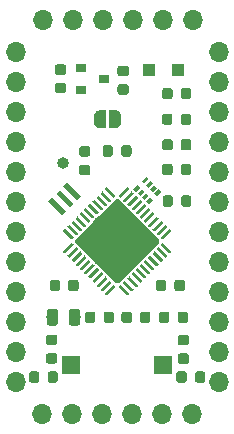
<source format=gbr>
G04 #@! TF.GenerationSoftware,KiCad,Pcbnew,5.1.2-f72e74a~84~ubuntu18.04.1*
G04 #@! TF.CreationDate,2019-12-11T23:46:13+03:00*
G04 #@! TF.ProjectId,OM-128,4f4d2d31-3238-42e6-9b69-6361645f7063,rev?*
G04 #@! TF.SameCoordinates,PX5f5e100PY7270e00*
G04 #@! TF.FileFunction,Soldermask,Top*
G04 #@! TF.FilePolarity,Negative*
%FSLAX46Y46*%
G04 Gerber Fmt 4.6, Leading zero omitted, Abs format (unit mm)*
G04 Created by KiCad (PCBNEW 5.1.2-f72e74a~84~ubuntu18.04.1) date 2019-12-11 23:46:13*
%MOMM*%
%LPD*%
G04 APERTURE LIST*
%ADD10O,1.700000X1.700000*%
%ADD11C,0.100000*%
%ADD12C,5.200000*%
%ADD13C,0.250000*%
%ADD14C,0.875000*%
%ADD15R,0.900000X0.800000*%
%ADD16R,1.000000X1.000000*%
%ADD17O,1.000000X1.000000*%
%ADD18C,0.975000*%
%ADD19C,0.500000*%
%ADD20C,0.400000*%
%ADD21C,0.320000*%
%ADD22R,1.500000X1.500000*%
G04 APERTURE END LIST*
D10*
X16390000Y34700000D03*
X13850000Y34700000D03*
X11310000Y34700000D03*
X8770000Y34700000D03*
X6230000Y34700000D03*
X3690000Y34700000D03*
D11*
G36*
X10024504Y19572198D02*
G01*
X10048773Y19568598D01*
X10072571Y19562637D01*
X10095671Y19554372D01*
X10117849Y19543882D01*
X10138893Y19531269D01*
X10158598Y19516655D01*
X10176777Y19500179D01*
X13500179Y16176777D01*
X13516655Y16158598D01*
X13531269Y16138893D01*
X13543882Y16117849D01*
X13554372Y16095671D01*
X13562637Y16072571D01*
X13568598Y16048773D01*
X13572198Y16024504D01*
X13573402Y16000000D01*
X13572198Y15975496D01*
X13568598Y15951227D01*
X13562637Y15927429D01*
X13554372Y15904329D01*
X13543882Y15882151D01*
X13531269Y15861107D01*
X13516655Y15841402D01*
X13500179Y15823223D01*
X10176777Y12499821D01*
X10158598Y12483345D01*
X10138893Y12468731D01*
X10117849Y12456118D01*
X10095671Y12445628D01*
X10072571Y12437363D01*
X10048773Y12431402D01*
X10024504Y12427802D01*
X10000000Y12426598D01*
X9975496Y12427802D01*
X9951227Y12431402D01*
X9927429Y12437363D01*
X9904329Y12445628D01*
X9882151Y12456118D01*
X9861107Y12468731D01*
X9841402Y12483345D01*
X9823223Y12499821D01*
X6499821Y15823223D01*
X6483345Y15841402D01*
X6468731Y15861107D01*
X6456118Y15882151D01*
X6445628Y15904329D01*
X6437363Y15927429D01*
X6431402Y15951227D01*
X6427802Y15975496D01*
X6426598Y16000000D01*
X6427802Y16024504D01*
X6431402Y16048773D01*
X6437363Y16072571D01*
X6445628Y16095671D01*
X6456118Y16117849D01*
X6468731Y16138893D01*
X6483345Y16158598D01*
X6499821Y16176777D01*
X9823223Y19500179D01*
X9841402Y19516655D01*
X9861107Y19531269D01*
X9882151Y19543882D01*
X9904329Y19554372D01*
X9927429Y19562637D01*
X9951227Y19568598D01*
X9975496Y19572198D01*
X10000000Y19573402D01*
X10024504Y19572198D01*
X10024504Y19572198D01*
G37*
D12*
X10000000Y16000000D03*
D11*
G36*
X9122242Y20570005D02*
G01*
X9128309Y20569105D01*
X9134259Y20567615D01*
X9140034Y20565548D01*
X9145578Y20562926D01*
X9150839Y20559773D01*
X9155766Y20556119D01*
X9160310Y20552000D01*
X9832062Y19880248D01*
X9836181Y19875704D01*
X9839835Y19870777D01*
X9842988Y19865516D01*
X9845610Y19859972D01*
X9847677Y19854197D01*
X9849167Y19848247D01*
X9850067Y19842180D01*
X9850368Y19836054D01*
X9850067Y19829928D01*
X9849167Y19823861D01*
X9847677Y19817911D01*
X9845610Y19812136D01*
X9842988Y19806592D01*
X9839835Y19801331D01*
X9836181Y19796404D01*
X9832062Y19791860D01*
X9743674Y19703472D01*
X9739130Y19699353D01*
X9734203Y19695699D01*
X9728942Y19692546D01*
X9723398Y19689924D01*
X9717623Y19687857D01*
X9711673Y19686367D01*
X9705606Y19685467D01*
X9699480Y19685166D01*
X9693354Y19685467D01*
X9687287Y19686367D01*
X9681337Y19687857D01*
X9675562Y19689924D01*
X9670018Y19692546D01*
X9664757Y19695699D01*
X9659830Y19699353D01*
X9655286Y19703472D01*
X8983534Y20375224D01*
X8979415Y20379768D01*
X8975761Y20384695D01*
X8972608Y20389956D01*
X8969986Y20395500D01*
X8967919Y20401275D01*
X8966429Y20407225D01*
X8965529Y20413292D01*
X8965228Y20419418D01*
X8965529Y20425544D01*
X8966429Y20431611D01*
X8967919Y20437561D01*
X8969986Y20443336D01*
X8972608Y20448880D01*
X8975761Y20454141D01*
X8979415Y20459068D01*
X8983534Y20463612D01*
X9071922Y20552000D01*
X9076466Y20556119D01*
X9081393Y20559773D01*
X9086654Y20562926D01*
X9092198Y20565548D01*
X9097973Y20567615D01*
X9103923Y20569105D01*
X9109990Y20570005D01*
X9116116Y20570306D01*
X9122242Y20570005D01*
X9122242Y20570005D01*
G37*
D13*
X9407798Y20127736D03*
D11*
G36*
X8768689Y20216451D02*
G01*
X8774756Y20215551D01*
X8780706Y20214061D01*
X8786481Y20211994D01*
X8792025Y20209372D01*
X8797286Y20206219D01*
X8802213Y20202565D01*
X8806757Y20198446D01*
X9478509Y19526694D01*
X9482628Y19522150D01*
X9486282Y19517223D01*
X9489435Y19511962D01*
X9492057Y19506418D01*
X9494124Y19500643D01*
X9495614Y19494693D01*
X9496514Y19488626D01*
X9496815Y19482500D01*
X9496514Y19476374D01*
X9495614Y19470307D01*
X9494124Y19464357D01*
X9492057Y19458582D01*
X9489435Y19453038D01*
X9486282Y19447777D01*
X9482628Y19442850D01*
X9478509Y19438306D01*
X9390121Y19349918D01*
X9385577Y19345799D01*
X9380650Y19342145D01*
X9375389Y19338992D01*
X9369845Y19336370D01*
X9364070Y19334303D01*
X9358120Y19332813D01*
X9352053Y19331913D01*
X9345927Y19331612D01*
X9339801Y19331913D01*
X9333734Y19332813D01*
X9327784Y19334303D01*
X9322009Y19336370D01*
X9316465Y19338992D01*
X9311204Y19342145D01*
X9306277Y19345799D01*
X9301733Y19349918D01*
X8629981Y20021670D01*
X8625862Y20026214D01*
X8622208Y20031141D01*
X8619055Y20036402D01*
X8616433Y20041946D01*
X8614366Y20047721D01*
X8612876Y20053671D01*
X8611976Y20059738D01*
X8611675Y20065864D01*
X8611976Y20071990D01*
X8612876Y20078057D01*
X8614366Y20084007D01*
X8616433Y20089782D01*
X8619055Y20095326D01*
X8622208Y20100587D01*
X8625862Y20105514D01*
X8629981Y20110058D01*
X8718369Y20198446D01*
X8722913Y20202565D01*
X8727840Y20206219D01*
X8733101Y20209372D01*
X8738645Y20211994D01*
X8744420Y20214061D01*
X8750370Y20215551D01*
X8756437Y20216451D01*
X8762563Y20216752D01*
X8768689Y20216451D01*
X8768689Y20216451D01*
G37*
D13*
X9054245Y19774182D03*
D11*
G36*
X8415135Y19862898D02*
G01*
X8421202Y19861998D01*
X8427152Y19860508D01*
X8432927Y19858441D01*
X8438471Y19855819D01*
X8443732Y19852666D01*
X8448659Y19849012D01*
X8453203Y19844893D01*
X9124955Y19173141D01*
X9129074Y19168597D01*
X9132728Y19163670D01*
X9135881Y19158409D01*
X9138503Y19152865D01*
X9140570Y19147090D01*
X9142060Y19141140D01*
X9142960Y19135073D01*
X9143261Y19128947D01*
X9142960Y19122821D01*
X9142060Y19116754D01*
X9140570Y19110804D01*
X9138503Y19105029D01*
X9135881Y19099485D01*
X9132728Y19094224D01*
X9129074Y19089297D01*
X9124955Y19084753D01*
X9036567Y18996365D01*
X9032023Y18992246D01*
X9027096Y18988592D01*
X9021835Y18985439D01*
X9016291Y18982817D01*
X9010516Y18980750D01*
X9004566Y18979260D01*
X8998499Y18978360D01*
X8992373Y18978059D01*
X8986247Y18978360D01*
X8980180Y18979260D01*
X8974230Y18980750D01*
X8968455Y18982817D01*
X8962911Y18985439D01*
X8957650Y18988592D01*
X8952723Y18992246D01*
X8948179Y18996365D01*
X8276427Y19668117D01*
X8272308Y19672661D01*
X8268654Y19677588D01*
X8265501Y19682849D01*
X8262879Y19688393D01*
X8260812Y19694168D01*
X8259322Y19700118D01*
X8258422Y19706185D01*
X8258121Y19712311D01*
X8258422Y19718437D01*
X8259322Y19724504D01*
X8260812Y19730454D01*
X8262879Y19736229D01*
X8265501Y19741773D01*
X8268654Y19747034D01*
X8272308Y19751961D01*
X8276427Y19756505D01*
X8364815Y19844893D01*
X8369359Y19849012D01*
X8374286Y19852666D01*
X8379547Y19855819D01*
X8385091Y19858441D01*
X8390866Y19860508D01*
X8396816Y19861998D01*
X8402883Y19862898D01*
X8409009Y19863199D01*
X8415135Y19862898D01*
X8415135Y19862898D01*
G37*
D13*
X8700691Y19420629D03*
D11*
G36*
X8061582Y19509345D02*
G01*
X8067649Y19508445D01*
X8073599Y19506955D01*
X8079374Y19504888D01*
X8084918Y19502266D01*
X8090179Y19499113D01*
X8095106Y19495459D01*
X8099650Y19491340D01*
X8771402Y18819588D01*
X8775521Y18815044D01*
X8779175Y18810117D01*
X8782328Y18804856D01*
X8784950Y18799312D01*
X8787017Y18793537D01*
X8788507Y18787587D01*
X8789407Y18781520D01*
X8789708Y18775394D01*
X8789407Y18769268D01*
X8788507Y18763201D01*
X8787017Y18757251D01*
X8784950Y18751476D01*
X8782328Y18745932D01*
X8779175Y18740671D01*
X8775521Y18735744D01*
X8771402Y18731200D01*
X8683014Y18642812D01*
X8678470Y18638693D01*
X8673543Y18635039D01*
X8668282Y18631886D01*
X8662738Y18629264D01*
X8656963Y18627197D01*
X8651013Y18625707D01*
X8644946Y18624807D01*
X8638820Y18624506D01*
X8632694Y18624807D01*
X8626627Y18625707D01*
X8620677Y18627197D01*
X8614902Y18629264D01*
X8609358Y18631886D01*
X8604097Y18635039D01*
X8599170Y18638693D01*
X8594626Y18642812D01*
X7922874Y19314564D01*
X7918755Y19319108D01*
X7915101Y19324035D01*
X7911948Y19329296D01*
X7909326Y19334840D01*
X7907259Y19340615D01*
X7905769Y19346565D01*
X7904869Y19352632D01*
X7904568Y19358758D01*
X7904869Y19364884D01*
X7905769Y19370951D01*
X7907259Y19376901D01*
X7909326Y19382676D01*
X7911948Y19388220D01*
X7915101Y19393481D01*
X7918755Y19398408D01*
X7922874Y19402952D01*
X8011262Y19491340D01*
X8015806Y19495459D01*
X8020733Y19499113D01*
X8025994Y19502266D01*
X8031538Y19504888D01*
X8037313Y19506955D01*
X8043263Y19508445D01*
X8049330Y19509345D01*
X8055456Y19509646D01*
X8061582Y19509345D01*
X8061582Y19509345D01*
G37*
D13*
X8347138Y19067076D03*
D11*
G36*
X7708029Y19155791D02*
G01*
X7714096Y19154891D01*
X7720046Y19153401D01*
X7725821Y19151334D01*
X7731365Y19148712D01*
X7736626Y19145559D01*
X7741553Y19141905D01*
X7746097Y19137786D01*
X8417849Y18466034D01*
X8421968Y18461490D01*
X8425622Y18456563D01*
X8428775Y18451302D01*
X8431397Y18445758D01*
X8433464Y18439983D01*
X8434954Y18434033D01*
X8435854Y18427966D01*
X8436155Y18421840D01*
X8435854Y18415714D01*
X8434954Y18409647D01*
X8433464Y18403697D01*
X8431397Y18397922D01*
X8428775Y18392378D01*
X8425622Y18387117D01*
X8421968Y18382190D01*
X8417849Y18377646D01*
X8329461Y18289258D01*
X8324917Y18285139D01*
X8319990Y18281485D01*
X8314729Y18278332D01*
X8309185Y18275710D01*
X8303410Y18273643D01*
X8297460Y18272153D01*
X8291393Y18271253D01*
X8285267Y18270952D01*
X8279141Y18271253D01*
X8273074Y18272153D01*
X8267124Y18273643D01*
X8261349Y18275710D01*
X8255805Y18278332D01*
X8250544Y18281485D01*
X8245617Y18285139D01*
X8241073Y18289258D01*
X7569321Y18961010D01*
X7565202Y18965554D01*
X7561548Y18970481D01*
X7558395Y18975742D01*
X7555773Y18981286D01*
X7553706Y18987061D01*
X7552216Y18993011D01*
X7551316Y18999078D01*
X7551015Y19005204D01*
X7551316Y19011330D01*
X7552216Y19017397D01*
X7553706Y19023347D01*
X7555773Y19029122D01*
X7558395Y19034666D01*
X7561548Y19039927D01*
X7565202Y19044854D01*
X7569321Y19049398D01*
X7657709Y19137786D01*
X7662253Y19141905D01*
X7667180Y19145559D01*
X7672441Y19148712D01*
X7677985Y19151334D01*
X7683760Y19153401D01*
X7689710Y19154891D01*
X7695777Y19155791D01*
X7701903Y19156092D01*
X7708029Y19155791D01*
X7708029Y19155791D01*
G37*
D13*
X7993585Y18713522D03*
D11*
G36*
X7354475Y18802238D02*
G01*
X7360542Y18801338D01*
X7366492Y18799848D01*
X7372267Y18797781D01*
X7377811Y18795159D01*
X7383072Y18792006D01*
X7387999Y18788352D01*
X7392543Y18784233D01*
X8064295Y18112481D01*
X8068414Y18107937D01*
X8072068Y18103010D01*
X8075221Y18097749D01*
X8077843Y18092205D01*
X8079910Y18086430D01*
X8081400Y18080480D01*
X8082300Y18074413D01*
X8082601Y18068287D01*
X8082300Y18062161D01*
X8081400Y18056094D01*
X8079910Y18050144D01*
X8077843Y18044369D01*
X8075221Y18038825D01*
X8072068Y18033564D01*
X8068414Y18028637D01*
X8064295Y18024093D01*
X7975907Y17935705D01*
X7971363Y17931586D01*
X7966436Y17927932D01*
X7961175Y17924779D01*
X7955631Y17922157D01*
X7949856Y17920090D01*
X7943906Y17918600D01*
X7937839Y17917700D01*
X7931713Y17917399D01*
X7925587Y17917700D01*
X7919520Y17918600D01*
X7913570Y17920090D01*
X7907795Y17922157D01*
X7902251Y17924779D01*
X7896990Y17927932D01*
X7892063Y17931586D01*
X7887519Y17935705D01*
X7215767Y18607457D01*
X7211648Y18612001D01*
X7207994Y18616928D01*
X7204841Y18622189D01*
X7202219Y18627733D01*
X7200152Y18633508D01*
X7198662Y18639458D01*
X7197762Y18645525D01*
X7197461Y18651651D01*
X7197762Y18657777D01*
X7198662Y18663844D01*
X7200152Y18669794D01*
X7202219Y18675569D01*
X7204841Y18681113D01*
X7207994Y18686374D01*
X7211648Y18691301D01*
X7215767Y18695845D01*
X7304155Y18784233D01*
X7308699Y18788352D01*
X7313626Y18792006D01*
X7318887Y18795159D01*
X7324431Y18797781D01*
X7330206Y18799848D01*
X7336156Y18801338D01*
X7342223Y18802238D01*
X7348349Y18802539D01*
X7354475Y18802238D01*
X7354475Y18802238D01*
G37*
D13*
X7640031Y18359969D03*
D11*
G36*
X7000922Y18448684D02*
G01*
X7006989Y18447784D01*
X7012939Y18446294D01*
X7018714Y18444227D01*
X7024258Y18441605D01*
X7029519Y18438452D01*
X7034446Y18434798D01*
X7038990Y18430679D01*
X7710742Y17758927D01*
X7714861Y17754383D01*
X7718515Y17749456D01*
X7721668Y17744195D01*
X7724290Y17738651D01*
X7726357Y17732876D01*
X7727847Y17726926D01*
X7728747Y17720859D01*
X7729048Y17714733D01*
X7728747Y17708607D01*
X7727847Y17702540D01*
X7726357Y17696590D01*
X7724290Y17690815D01*
X7721668Y17685271D01*
X7718515Y17680010D01*
X7714861Y17675083D01*
X7710742Y17670539D01*
X7622354Y17582151D01*
X7617810Y17578032D01*
X7612883Y17574378D01*
X7607622Y17571225D01*
X7602078Y17568603D01*
X7596303Y17566536D01*
X7590353Y17565046D01*
X7584286Y17564146D01*
X7578160Y17563845D01*
X7572034Y17564146D01*
X7565967Y17565046D01*
X7560017Y17566536D01*
X7554242Y17568603D01*
X7548698Y17571225D01*
X7543437Y17574378D01*
X7538510Y17578032D01*
X7533966Y17582151D01*
X6862214Y18253903D01*
X6858095Y18258447D01*
X6854441Y18263374D01*
X6851288Y18268635D01*
X6848666Y18274179D01*
X6846599Y18279954D01*
X6845109Y18285904D01*
X6844209Y18291971D01*
X6843908Y18298097D01*
X6844209Y18304223D01*
X6845109Y18310290D01*
X6846599Y18316240D01*
X6848666Y18322015D01*
X6851288Y18327559D01*
X6854441Y18332820D01*
X6858095Y18337747D01*
X6862214Y18342291D01*
X6950602Y18430679D01*
X6955146Y18434798D01*
X6960073Y18438452D01*
X6965334Y18441605D01*
X6970878Y18444227D01*
X6976653Y18446294D01*
X6982603Y18447784D01*
X6988670Y18448684D01*
X6994796Y18448985D01*
X7000922Y18448684D01*
X7000922Y18448684D01*
G37*
D13*
X7286478Y18006415D03*
D11*
G36*
X6647368Y18095131D02*
G01*
X6653435Y18094231D01*
X6659385Y18092741D01*
X6665160Y18090674D01*
X6670704Y18088052D01*
X6675965Y18084899D01*
X6680892Y18081245D01*
X6685436Y18077126D01*
X7357188Y17405374D01*
X7361307Y17400830D01*
X7364961Y17395903D01*
X7368114Y17390642D01*
X7370736Y17385098D01*
X7372803Y17379323D01*
X7374293Y17373373D01*
X7375193Y17367306D01*
X7375494Y17361180D01*
X7375193Y17355054D01*
X7374293Y17348987D01*
X7372803Y17343037D01*
X7370736Y17337262D01*
X7368114Y17331718D01*
X7364961Y17326457D01*
X7361307Y17321530D01*
X7357188Y17316986D01*
X7268800Y17228598D01*
X7264256Y17224479D01*
X7259329Y17220825D01*
X7254068Y17217672D01*
X7248524Y17215050D01*
X7242749Y17212983D01*
X7236799Y17211493D01*
X7230732Y17210593D01*
X7224606Y17210292D01*
X7218480Y17210593D01*
X7212413Y17211493D01*
X7206463Y17212983D01*
X7200688Y17215050D01*
X7195144Y17217672D01*
X7189883Y17220825D01*
X7184956Y17224479D01*
X7180412Y17228598D01*
X6508660Y17900350D01*
X6504541Y17904894D01*
X6500887Y17909821D01*
X6497734Y17915082D01*
X6495112Y17920626D01*
X6493045Y17926401D01*
X6491555Y17932351D01*
X6490655Y17938418D01*
X6490354Y17944544D01*
X6490655Y17950670D01*
X6491555Y17956737D01*
X6493045Y17962687D01*
X6495112Y17968462D01*
X6497734Y17974006D01*
X6500887Y17979267D01*
X6504541Y17984194D01*
X6508660Y17988738D01*
X6597048Y18077126D01*
X6601592Y18081245D01*
X6606519Y18084899D01*
X6611780Y18088052D01*
X6617324Y18090674D01*
X6623099Y18092741D01*
X6629049Y18094231D01*
X6635116Y18095131D01*
X6641242Y18095432D01*
X6647368Y18095131D01*
X6647368Y18095131D01*
G37*
D13*
X6932924Y17652862D03*
D11*
G36*
X6293815Y17741578D02*
G01*
X6299882Y17740678D01*
X6305832Y17739188D01*
X6311607Y17737121D01*
X6317151Y17734499D01*
X6322412Y17731346D01*
X6327339Y17727692D01*
X6331883Y17723573D01*
X7003635Y17051821D01*
X7007754Y17047277D01*
X7011408Y17042350D01*
X7014561Y17037089D01*
X7017183Y17031545D01*
X7019250Y17025770D01*
X7020740Y17019820D01*
X7021640Y17013753D01*
X7021941Y17007627D01*
X7021640Y17001501D01*
X7020740Y16995434D01*
X7019250Y16989484D01*
X7017183Y16983709D01*
X7014561Y16978165D01*
X7011408Y16972904D01*
X7007754Y16967977D01*
X7003635Y16963433D01*
X6915247Y16875045D01*
X6910703Y16870926D01*
X6905776Y16867272D01*
X6900515Y16864119D01*
X6894971Y16861497D01*
X6889196Y16859430D01*
X6883246Y16857940D01*
X6877179Y16857040D01*
X6871053Y16856739D01*
X6864927Y16857040D01*
X6858860Y16857940D01*
X6852910Y16859430D01*
X6847135Y16861497D01*
X6841591Y16864119D01*
X6836330Y16867272D01*
X6831403Y16870926D01*
X6826859Y16875045D01*
X6155107Y17546797D01*
X6150988Y17551341D01*
X6147334Y17556268D01*
X6144181Y17561529D01*
X6141559Y17567073D01*
X6139492Y17572848D01*
X6138002Y17578798D01*
X6137102Y17584865D01*
X6136801Y17590991D01*
X6137102Y17597117D01*
X6138002Y17603184D01*
X6139492Y17609134D01*
X6141559Y17614909D01*
X6144181Y17620453D01*
X6147334Y17625714D01*
X6150988Y17630641D01*
X6155107Y17635185D01*
X6243495Y17723573D01*
X6248039Y17727692D01*
X6252966Y17731346D01*
X6258227Y17734499D01*
X6263771Y17737121D01*
X6269546Y17739188D01*
X6275496Y17740678D01*
X6281563Y17741578D01*
X6287689Y17741879D01*
X6293815Y17741578D01*
X6293815Y17741578D01*
G37*
D13*
X6579371Y17299309D03*
D11*
G36*
X5940262Y17388024D02*
G01*
X5946329Y17387124D01*
X5952279Y17385634D01*
X5958054Y17383567D01*
X5963598Y17380945D01*
X5968859Y17377792D01*
X5973786Y17374138D01*
X5978330Y17370019D01*
X6650082Y16698267D01*
X6654201Y16693723D01*
X6657855Y16688796D01*
X6661008Y16683535D01*
X6663630Y16677991D01*
X6665697Y16672216D01*
X6667187Y16666266D01*
X6668087Y16660199D01*
X6668388Y16654073D01*
X6668087Y16647947D01*
X6667187Y16641880D01*
X6665697Y16635930D01*
X6663630Y16630155D01*
X6661008Y16624611D01*
X6657855Y16619350D01*
X6654201Y16614423D01*
X6650082Y16609879D01*
X6561694Y16521491D01*
X6557150Y16517372D01*
X6552223Y16513718D01*
X6546962Y16510565D01*
X6541418Y16507943D01*
X6535643Y16505876D01*
X6529693Y16504386D01*
X6523626Y16503486D01*
X6517500Y16503185D01*
X6511374Y16503486D01*
X6505307Y16504386D01*
X6499357Y16505876D01*
X6493582Y16507943D01*
X6488038Y16510565D01*
X6482777Y16513718D01*
X6477850Y16517372D01*
X6473306Y16521491D01*
X5801554Y17193243D01*
X5797435Y17197787D01*
X5793781Y17202714D01*
X5790628Y17207975D01*
X5788006Y17213519D01*
X5785939Y17219294D01*
X5784449Y17225244D01*
X5783549Y17231311D01*
X5783248Y17237437D01*
X5783549Y17243563D01*
X5784449Y17249630D01*
X5785939Y17255580D01*
X5788006Y17261355D01*
X5790628Y17266899D01*
X5793781Y17272160D01*
X5797435Y17277087D01*
X5801554Y17281631D01*
X5889942Y17370019D01*
X5894486Y17374138D01*
X5899413Y17377792D01*
X5904674Y17380945D01*
X5910218Y17383567D01*
X5915993Y17385634D01*
X5921943Y17387124D01*
X5928010Y17388024D01*
X5934136Y17388325D01*
X5940262Y17388024D01*
X5940262Y17388024D01*
G37*
D13*
X6225818Y16945755D03*
D11*
G36*
X5586708Y17034471D02*
G01*
X5592775Y17033571D01*
X5598725Y17032081D01*
X5604500Y17030014D01*
X5610044Y17027392D01*
X5615305Y17024239D01*
X5620232Y17020585D01*
X5624776Y17016466D01*
X6296528Y16344714D01*
X6300647Y16340170D01*
X6304301Y16335243D01*
X6307454Y16329982D01*
X6310076Y16324438D01*
X6312143Y16318663D01*
X6313633Y16312713D01*
X6314533Y16306646D01*
X6314834Y16300520D01*
X6314533Y16294394D01*
X6313633Y16288327D01*
X6312143Y16282377D01*
X6310076Y16276602D01*
X6307454Y16271058D01*
X6304301Y16265797D01*
X6300647Y16260870D01*
X6296528Y16256326D01*
X6208140Y16167938D01*
X6203596Y16163819D01*
X6198669Y16160165D01*
X6193408Y16157012D01*
X6187864Y16154390D01*
X6182089Y16152323D01*
X6176139Y16150833D01*
X6170072Y16149933D01*
X6163946Y16149632D01*
X6157820Y16149933D01*
X6151753Y16150833D01*
X6145803Y16152323D01*
X6140028Y16154390D01*
X6134484Y16157012D01*
X6129223Y16160165D01*
X6124296Y16163819D01*
X6119752Y16167938D01*
X5448000Y16839690D01*
X5443881Y16844234D01*
X5440227Y16849161D01*
X5437074Y16854422D01*
X5434452Y16859966D01*
X5432385Y16865741D01*
X5430895Y16871691D01*
X5429995Y16877758D01*
X5429694Y16883884D01*
X5429995Y16890010D01*
X5430895Y16896077D01*
X5432385Y16902027D01*
X5434452Y16907802D01*
X5437074Y16913346D01*
X5440227Y16918607D01*
X5443881Y16923534D01*
X5448000Y16928078D01*
X5536388Y17016466D01*
X5540932Y17020585D01*
X5545859Y17024239D01*
X5551120Y17027392D01*
X5556664Y17030014D01*
X5562439Y17032081D01*
X5568389Y17033571D01*
X5574456Y17034471D01*
X5580582Y17034772D01*
X5586708Y17034471D01*
X5586708Y17034471D01*
G37*
D13*
X5872264Y16592202D03*
D11*
G36*
X6170072Y15850067D02*
G01*
X6176139Y15849167D01*
X6182089Y15847677D01*
X6187864Y15845610D01*
X6193408Y15842988D01*
X6198669Y15839835D01*
X6203596Y15836181D01*
X6208140Y15832062D01*
X6296528Y15743674D01*
X6300647Y15739130D01*
X6304301Y15734203D01*
X6307454Y15728942D01*
X6310076Y15723398D01*
X6312143Y15717623D01*
X6313633Y15711673D01*
X6314533Y15705606D01*
X6314834Y15699480D01*
X6314533Y15693354D01*
X6313633Y15687287D01*
X6312143Y15681337D01*
X6310076Y15675562D01*
X6307454Y15670018D01*
X6304301Y15664757D01*
X6300647Y15659830D01*
X6296528Y15655286D01*
X5624776Y14983534D01*
X5620232Y14979415D01*
X5615305Y14975761D01*
X5610044Y14972608D01*
X5604500Y14969986D01*
X5598725Y14967919D01*
X5592775Y14966429D01*
X5586708Y14965529D01*
X5580582Y14965228D01*
X5574456Y14965529D01*
X5568389Y14966429D01*
X5562439Y14967919D01*
X5556664Y14969986D01*
X5551120Y14972608D01*
X5545859Y14975761D01*
X5540932Y14979415D01*
X5536388Y14983534D01*
X5448000Y15071922D01*
X5443881Y15076466D01*
X5440227Y15081393D01*
X5437074Y15086654D01*
X5434452Y15092198D01*
X5432385Y15097973D01*
X5430895Y15103923D01*
X5429995Y15109990D01*
X5429694Y15116116D01*
X5429995Y15122242D01*
X5430895Y15128309D01*
X5432385Y15134259D01*
X5434452Y15140034D01*
X5437074Y15145578D01*
X5440227Y15150839D01*
X5443881Y15155766D01*
X5448000Y15160310D01*
X6119752Y15832062D01*
X6124296Y15836181D01*
X6129223Y15839835D01*
X6134484Y15842988D01*
X6140028Y15845610D01*
X6145803Y15847677D01*
X6151753Y15849167D01*
X6157820Y15850067D01*
X6163946Y15850368D01*
X6170072Y15850067D01*
X6170072Y15850067D01*
G37*
D13*
X5872264Y15407798D03*
D11*
G36*
X6523626Y15496514D02*
G01*
X6529693Y15495614D01*
X6535643Y15494124D01*
X6541418Y15492057D01*
X6546962Y15489435D01*
X6552223Y15486282D01*
X6557150Y15482628D01*
X6561694Y15478509D01*
X6650082Y15390121D01*
X6654201Y15385577D01*
X6657855Y15380650D01*
X6661008Y15375389D01*
X6663630Y15369845D01*
X6665697Y15364070D01*
X6667187Y15358120D01*
X6668087Y15352053D01*
X6668388Y15345927D01*
X6668087Y15339801D01*
X6667187Y15333734D01*
X6665697Y15327784D01*
X6663630Y15322009D01*
X6661008Y15316465D01*
X6657855Y15311204D01*
X6654201Y15306277D01*
X6650082Y15301733D01*
X5978330Y14629981D01*
X5973786Y14625862D01*
X5968859Y14622208D01*
X5963598Y14619055D01*
X5958054Y14616433D01*
X5952279Y14614366D01*
X5946329Y14612876D01*
X5940262Y14611976D01*
X5934136Y14611675D01*
X5928010Y14611976D01*
X5921943Y14612876D01*
X5915993Y14614366D01*
X5910218Y14616433D01*
X5904674Y14619055D01*
X5899413Y14622208D01*
X5894486Y14625862D01*
X5889942Y14629981D01*
X5801554Y14718369D01*
X5797435Y14722913D01*
X5793781Y14727840D01*
X5790628Y14733101D01*
X5788006Y14738645D01*
X5785939Y14744420D01*
X5784449Y14750370D01*
X5783549Y14756437D01*
X5783248Y14762563D01*
X5783549Y14768689D01*
X5784449Y14774756D01*
X5785939Y14780706D01*
X5788006Y14786481D01*
X5790628Y14792025D01*
X5793781Y14797286D01*
X5797435Y14802213D01*
X5801554Y14806757D01*
X6473306Y15478509D01*
X6477850Y15482628D01*
X6482777Y15486282D01*
X6488038Y15489435D01*
X6493582Y15492057D01*
X6499357Y15494124D01*
X6505307Y15495614D01*
X6511374Y15496514D01*
X6517500Y15496815D01*
X6523626Y15496514D01*
X6523626Y15496514D01*
G37*
D13*
X6225818Y15054245D03*
D11*
G36*
X6877179Y15142960D02*
G01*
X6883246Y15142060D01*
X6889196Y15140570D01*
X6894971Y15138503D01*
X6900515Y15135881D01*
X6905776Y15132728D01*
X6910703Y15129074D01*
X6915247Y15124955D01*
X7003635Y15036567D01*
X7007754Y15032023D01*
X7011408Y15027096D01*
X7014561Y15021835D01*
X7017183Y15016291D01*
X7019250Y15010516D01*
X7020740Y15004566D01*
X7021640Y14998499D01*
X7021941Y14992373D01*
X7021640Y14986247D01*
X7020740Y14980180D01*
X7019250Y14974230D01*
X7017183Y14968455D01*
X7014561Y14962911D01*
X7011408Y14957650D01*
X7007754Y14952723D01*
X7003635Y14948179D01*
X6331883Y14276427D01*
X6327339Y14272308D01*
X6322412Y14268654D01*
X6317151Y14265501D01*
X6311607Y14262879D01*
X6305832Y14260812D01*
X6299882Y14259322D01*
X6293815Y14258422D01*
X6287689Y14258121D01*
X6281563Y14258422D01*
X6275496Y14259322D01*
X6269546Y14260812D01*
X6263771Y14262879D01*
X6258227Y14265501D01*
X6252966Y14268654D01*
X6248039Y14272308D01*
X6243495Y14276427D01*
X6155107Y14364815D01*
X6150988Y14369359D01*
X6147334Y14374286D01*
X6144181Y14379547D01*
X6141559Y14385091D01*
X6139492Y14390866D01*
X6138002Y14396816D01*
X6137102Y14402883D01*
X6136801Y14409009D01*
X6137102Y14415135D01*
X6138002Y14421202D01*
X6139492Y14427152D01*
X6141559Y14432927D01*
X6144181Y14438471D01*
X6147334Y14443732D01*
X6150988Y14448659D01*
X6155107Y14453203D01*
X6826859Y15124955D01*
X6831403Y15129074D01*
X6836330Y15132728D01*
X6841591Y15135881D01*
X6847135Y15138503D01*
X6852910Y15140570D01*
X6858860Y15142060D01*
X6864927Y15142960D01*
X6871053Y15143261D01*
X6877179Y15142960D01*
X6877179Y15142960D01*
G37*
D13*
X6579371Y14700691D03*
D11*
G36*
X7230732Y14789407D02*
G01*
X7236799Y14788507D01*
X7242749Y14787017D01*
X7248524Y14784950D01*
X7254068Y14782328D01*
X7259329Y14779175D01*
X7264256Y14775521D01*
X7268800Y14771402D01*
X7357188Y14683014D01*
X7361307Y14678470D01*
X7364961Y14673543D01*
X7368114Y14668282D01*
X7370736Y14662738D01*
X7372803Y14656963D01*
X7374293Y14651013D01*
X7375193Y14644946D01*
X7375494Y14638820D01*
X7375193Y14632694D01*
X7374293Y14626627D01*
X7372803Y14620677D01*
X7370736Y14614902D01*
X7368114Y14609358D01*
X7364961Y14604097D01*
X7361307Y14599170D01*
X7357188Y14594626D01*
X6685436Y13922874D01*
X6680892Y13918755D01*
X6675965Y13915101D01*
X6670704Y13911948D01*
X6665160Y13909326D01*
X6659385Y13907259D01*
X6653435Y13905769D01*
X6647368Y13904869D01*
X6641242Y13904568D01*
X6635116Y13904869D01*
X6629049Y13905769D01*
X6623099Y13907259D01*
X6617324Y13909326D01*
X6611780Y13911948D01*
X6606519Y13915101D01*
X6601592Y13918755D01*
X6597048Y13922874D01*
X6508660Y14011262D01*
X6504541Y14015806D01*
X6500887Y14020733D01*
X6497734Y14025994D01*
X6495112Y14031538D01*
X6493045Y14037313D01*
X6491555Y14043263D01*
X6490655Y14049330D01*
X6490354Y14055456D01*
X6490655Y14061582D01*
X6491555Y14067649D01*
X6493045Y14073599D01*
X6495112Y14079374D01*
X6497734Y14084918D01*
X6500887Y14090179D01*
X6504541Y14095106D01*
X6508660Y14099650D01*
X7180412Y14771402D01*
X7184956Y14775521D01*
X7189883Y14779175D01*
X7195144Y14782328D01*
X7200688Y14784950D01*
X7206463Y14787017D01*
X7212413Y14788507D01*
X7218480Y14789407D01*
X7224606Y14789708D01*
X7230732Y14789407D01*
X7230732Y14789407D01*
G37*
D13*
X6932924Y14347138D03*
D11*
G36*
X7584286Y14435854D02*
G01*
X7590353Y14434954D01*
X7596303Y14433464D01*
X7602078Y14431397D01*
X7607622Y14428775D01*
X7612883Y14425622D01*
X7617810Y14421968D01*
X7622354Y14417849D01*
X7710742Y14329461D01*
X7714861Y14324917D01*
X7718515Y14319990D01*
X7721668Y14314729D01*
X7724290Y14309185D01*
X7726357Y14303410D01*
X7727847Y14297460D01*
X7728747Y14291393D01*
X7729048Y14285267D01*
X7728747Y14279141D01*
X7727847Y14273074D01*
X7726357Y14267124D01*
X7724290Y14261349D01*
X7721668Y14255805D01*
X7718515Y14250544D01*
X7714861Y14245617D01*
X7710742Y14241073D01*
X7038990Y13569321D01*
X7034446Y13565202D01*
X7029519Y13561548D01*
X7024258Y13558395D01*
X7018714Y13555773D01*
X7012939Y13553706D01*
X7006989Y13552216D01*
X7000922Y13551316D01*
X6994796Y13551015D01*
X6988670Y13551316D01*
X6982603Y13552216D01*
X6976653Y13553706D01*
X6970878Y13555773D01*
X6965334Y13558395D01*
X6960073Y13561548D01*
X6955146Y13565202D01*
X6950602Y13569321D01*
X6862214Y13657709D01*
X6858095Y13662253D01*
X6854441Y13667180D01*
X6851288Y13672441D01*
X6848666Y13677985D01*
X6846599Y13683760D01*
X6845109Y13689710D01*
X6844209Y13695777D01*
X6843908Y13701903D01*
X6844209Y13708029D01*
X6845109Y13714096D01*
X6846599Y13720046D01*
X6848666Y13725821D01*
X6851288Y13731365D01*
X6854441Y13736626D01*
X6858095Y13741553D01*
X6862214Y13746097D01*
X7533966Y14417849D01*
X7538510Y14421968D01*
X7543437Y14425622D01*
X7548698Y14428775D01*
X7554242Y14431397D01*
X7560017Y14433464D01*
X7565967Y14434954D01*
X7572034Y14435854D01*
X7578160Y14436155D01*
X7584286Y14435854D01*
X7584286Y14435854D01*
G37*
D13*
X7286478Y13993585D03*
D11*
G36*
X7937839Y14082300D02*
G01*
X7943906Y14081400D01*
X7949856Y14079910D01*
X7955631Y14077843D01*
X7961175Y14075221D01*
X7966436Y14072068D01*
X7971363Y14068414D01*
X7975907Y14064295D01*
X8064295Y13975907D01*
X8068414Y13971363D01*
X8072068Y13966436D01*
X8075221Y13961175D01*
X8077843Y13955631D01*
X8079910Y13949856D01*
X8081400Y13943906D01*
X8082300Y13937839D01*
X8082601Y13931713D01*
X8082300Y13925587D01*
X8081400Y13919520D01*
X8079910Y13913570D01*
X8077843Y13907795D01*
X8075221Y13902251D01*
X8072068Y13896990D01*
X8068414Y13892063D01*
X8064295Y13887519D01*
X7392543Y13215767D01*
X7387999Y13211648D01*
X7383072Y13207994D01*
X7377811Y13204841D01*
X7372267Y13202219D01*
X7366492Y13200152D01*
X7360542Y13198662D01*
X7354475Y13197762D01*
X7348349Y13197461D01*
X7342223Y13197762D01*
X7336156Y13198662D01*
X7330206Y13200152D01*
X7324431Y13202219D01*
X7318887Y13204841D01*
X7313626Y13207994D01*
X7308699Y13211648D01*
X7304155Y13215767D01*
X7215767Y13304155D01*
X7211648Y13308699D01*
X7207994Y13313626D01*
X7204841Y13318887D01*
X7202219Y13324431D01*
X7200152Y13330206D01*
X7198662Y13336156D01*
X7197762Y13342223D01*
X7197461Y13348349D01*
X7197762Y13354475D01*
X7198662Y13360542D01*
X7200152Y13366492D01*
X7202219Y13372267D01*
X7204841Y13377811D01*
X7207994Y13383072D01*
X7211648Y13387999D01*
X7215767Y13392543D01*
X7887519Y14064295D01*
X7892063Y14068414D01*
X7896990Y14072068D01*
X7902251Y14075221D01*
X7907795Y14077843D01*
X7913570Y14079910D01*
X7919520Y14081400D01*
X7925587Y14082300D01*
X7931713Y14082601D01*
X7937839Y14082300D01*
X7937839Y14082300D01*
G37*
D13*
X7640031Y13640031D03*
D11*
G36*
X8291393Y13728747D02*
G01*
X8297460Y13727847D01*
X8303410Y13726357D01*
X8309185Y13724290D01*
X8314729Y13721668D01*
X8319990Y13718515D01*
X8324917Y13714861D01*
X8329461Y13710742D01*
X8417849Y13622354D01*
X8421968Y13617810D01*
X8425622Y13612883D01*
X8428775Y13607622D01*
X8431397Y13602078D01*
X8433464Y13596303D01*
X8434954Y13590353D01*
X8435854Y13584286D01*
X8436155Y13578160D01*
X8435854Y13572034D01*
X8434954Y13565967D01*
X8433464Y13560017D01*
X8431397Y13554242D01*
X8428775Y13548698D01*
X8425622Y13543437D01*
X8421968Y13538510D01*
X8417849Y13533966D01*
X7746097Y12862214D01*
X7741553Y12858095D01*
X7736626Y12854441D01*
X7731365Y12851288D01*
X7725821Y12848666D01*
X7720046Y12846599D01*
X7714096Y12845109D01*
X7708029Y12844209D01*
X7701903Y12843908D01*
X7695777Y12844209D01*
X7689710Y12845109D01*
X7683760Y12846599D01*
X7677985Y12848666D01*
X7672441Y12851288D01*
X7667180Y12854441D01*
X7662253Y12858095D01*
X7657709Y12862214D01*
X7569321Y12950602D01*
X7565202Y12955146D01*
X7561548Y12960073D01*
X7558395Y12965334D01*
X7555773Y12970878D01*
X7553706Y12976653D01*
X7552216Y12982603D01*
X7551316Y12988670D01*
X7551015Y12994796D01*
X7551316Y13000922D01*
X7552216Y13006989D01*
X7553706Y13012939D01*
X7555773Y13018714D01*
X7558395Y13024258D01*
X7561548Y13029519D01*
X7565202Y13034446D01*
X7569321Y13038990D01*
X8241073Y13710742D01*
X8245617Y13714861D01*
X8250544Y13718515D01*
X8255805Y13721668D01*
X8261349Y13724290D01*
X8267124Y13726357D01*
X8273074Y13727847D01*
X8279141Y13728747D01*
X8285267Y13729048D01*
X8291393Y13728747D01*
X8291393Y13728747D01*
G37*
D13*
X7993585Y13286478D03*
D11*
G36*
X8644946Y13375193D02*
G01*
X8651013Y13374293D01*
X8656963Y13372803D01*
X8662738Y13370736D01*
X8668282Y13368114D01*
X8673543Y13364961D01*
X8678470Y13361307D01*
X8683014Y13357188D01*
X8771402Y13268800D01*
X8775521Y13264256D01*
X8779175Y13259329D01*
X8782328Y13254068D01*
X8784950Y13248524D01*
X8787017Y13242749D01*
X8788507Y13236799D01*
X8789407Y13230732D01*
X8789708Y13224606D01*
X8789407Y13218480D01*
X8788507Y13212413D01*
X8787017Y13206463D01*
X8784950Y13200688D01*
X8782328Y13195144D01*
X8779175Y13189883D01*
X8775521Y13184956D01*
X8771402Y13180412D01*
X8099650Y12508660D01*
X8095106Y12504541D01*
X8090179Y12500887D01*
X8084918Y12497734D01*
X8079374Y12495112D01*
X8073599Y12493045D01*
X8067649Y12491555D01*
X8061582Y12490655D01*
X8055456Y12490354D01*
X8049330Y12490655D01*
X8043263Y12491555D01*
X8037313Y12493045D01*
X8031538Y12495112D01*
X8025994Y12497734D01*
X8020733Y12500887D01*
X8015806Y12504541D01*
X8011262Y12508660D01*
X7922874Y12597048D01*
X7918755Y12601592D01*
X7915101Y12606519D01*
X7911948Y12611780D01*
X7909326Y12617324D01*
X7907259Y12623099D01*
X7905769Y12629049D01*
X7904869Y12635116D01*
X7904568Y12641242D01*
X7904869Y12647368D01*
X7905769Y12653435D01*
X7907259Y12659385D01*
X7909326Y12665160D01*
X7911948Y12670704D01*
X7915101Y12675965D01*
X7918755Y12680892D01*
X7922874Y12685436D01*
X8594626Y13357188D01*
X8599170Y13361307D01*
X8604097Y13364961D01*
X8609358Y13368114D01*
X8614902Y13370736D01*
X8620677Y13372803D01*
X8626627Y13374293D01*
X8632694Y13375193D01*
X8638820Y13375494D01*
X8644946Y13375193D01*
X8644946Y13375193D01*
G37*
D13*
X8347138Y12932924D03*
D11*
G36*
X8998499Y13021640D02*
G01*
X9004566Y13020740D01*
X9010516Y13019250D01*
X9016291Y13017183D01*
X9021835Y13014561D01*
X9027096Y13011408D01*
X9032023Y13007754D01*
X9036567Y13003635D01*
X9124955Y12915247D01*
X9129074Y12910703D01*
X9132728Y12905776D01*
X9135881Y12900515D01*
X9138503Y12894971D01*
X9140570Y12889196D01*
X9142060Y12883246D01*
X9142960Y12877179D01*
X9143261Y12871053D01*
X9142960Y12864927D01*
X9142060Y12858860D01*
X9140570Y12852910D01*
X9138503Y12847135D01*
X9135881Y12841591D01*
X9132728Y12836330D01*
X9129074Y12831403D01*
X9124955Y12826859D01*
X8453203Y12155107D01*
X8448659Y12150988D01*
X8443732Y12147334D01*
X8438471Y12144181D01*
X8432927Y12141559D01*
X8427152Y12139492D01*
X8421202Y12138002D01*
X8415135Y12137102D01*
X8409009Y12136801D01*
X8402883Y12137102D01*
X8396816Y12138002D01*
X8390866Y12139492D01*
X8385091Y12141559D01*
X8379547Y12144181D01*
X8374286Y12147334D01*
X8369359Y12150988D01*
X8364815Y12155107D01*
X8276427Y12243495D01*
X8272308Y12248039D01*
X8268654Y12252966D01*
X8265501Y12258227D01*
X8262879Y12263771D01*
X8260812Y12269546D01*
X8259322Y12275496D01*
X8258422Y12281563D01*
X8258121Y12287689D01*
X8258422Y12293815D01*
X8259322Y12299882D01*
X8260812Y12305832D01*
X8262879Y12311607D01*
X8265501Y12317151D01*
X8268654Y12322412D01*
X8272308Y12327339D01*
X8276427Y12331883D01*
X8948179Y13003635D01*
X8952723Y13007754D01*
X8957650Y13011408D01*
X8962911Y13014561D01*
X8968455Y13017183D01*
X8974230Y13019250D01*
X8980180Y13020740D01*
X8986247Y13021640D01*
X8992373Y13021941D01*
X8998499Y13021640D01*
X8998499Y13021640D01*
G37*
D13*
X8700691Y12579371D03*
D11*
G36*
X9352053Y12668087D02*
G01*
X9358120Y12667187D01*
X9364070Y12665697D01*
X9369845Y12663630D01*
X9375389Y12661008D01*
X9380650Y12657855D01*
X9385577Y12654201D01*
X9390121Y12650082D01*
X9478509Y12561694D01*
X9482628Y12557150D01*
X9486282Y12552223D01*
X9489435Y12546962D01*
X9492057Y12541418D01*
X9494124Y12535643D01*
X9495614Y12529693D01*
X9496514Y12523626D01*
X9496815Y12517500D01*
X9496514Y12511374D01*
X9495614Y12505307D01*
X9494124Y12499357D01*
X9492057Y12493582D01*
X9489435Y12488038D01*
X9486282Y12482777D01*
X9482628Y12477850D01*
X9478509Y12473306D01*
X8806757Y11801554D01*
X8802213Y11797435D01*
X8797286Y11793781D01*
X8792025Y11790628D01*
X8786481Y11788006D01*
X8780706Y11785939D01*
X8774756Y11784449D01*
X8768689Y11783549D01*
X8762563Y11783248D01*
X8756437Y11783549D01*
X8750370Y11784449D01*
X8744420Y11785939D01*
X8738645Y11788006D01*
X8733101Y11790628D01*
X8727840Y11793781D01*
X8722913Y11797435D01*
X8718369Y11801554D01*
X8629981Y11889942D01*
X8625862Y11894486D01*
X8622208Y11899413D01*
X8619055Y11904674D01*
X8616433Y11910218D01*
X8614366Y11915993D01*
X8612876Y11921943D01*
X8611976Y11928010D01*
X8611675Y11934136D01*
X8611976Y11940262D01*
X8612876Y11946329D01*
X8614366Y11952279D01*
X8616433Y11958054D01*
X8619055Y11963598D01*
X8622208Y11968859D01*
X8625862Y11973786D01*
X8629981Y11978330D01*
X9301733Y12650082D01*
X9306277Y12654201D01*
X9311204Y12657855D01*
X9316465Y12661008D01*
X9322009Y12663630D01*
X9327784Y12665697D01*
X9333734Y12667187D01*
X9339801Y12668087D01*
X9345927Y12668388D01*
X9352053Y12668087D01*
X9352053Y12668087D01*
G37*
D13*
X9054245Y12225818D03*
D11*
G36*
X9705606Y12314533D02*
G01*
X9711673Y12313633D01*
X9717623Y12312143D01*
X9723398Y12310076D01*
X9728942Y12307454D01*
X9734203Y12304301D01*
X9739130Y12300647D01*
X9743674Y12296528D01*
X9832062Y12208140D01*
X9836181Y12203596D01*
X9839835Y12198669D01*
X9842988Y12193408D01*
X9845610Y12187864D01*
X9847677Y12182089D01*
X9849167Y12176139D01*
X9850067Y12170072D01*
X9850368Y12163946D01*
X9850067Y12157820D01*
X9849167Y12151753D01*
X9847677Y12145803D01*
X9845610Y12140028D01*
X9842988Y12134484D01*
X9839835Y12129223D01*
X9836181Y12124296D01*
X9832062Y12119752D01*
X9160310Y11448000D01*
X9155766Y11443881D01*
X9150839Y11440227D01*
X9145578Y11437074D01*
X9140034Y11434452D01*
X9134259Y11432385D01*
X9128309Y11430895D01*
X9122242Y11429995D01*
X9116116Y11429694D01*
X9109990Y11429995D01*
X9103923Y11430895D01*
X9097973Y11432385D01*
X9092198Y11434452D01*
X9086654Y11437074D01*
X9081393Y11440227D01*
X9076466Y11443881D01*
X9071922Y11448000D01*
X8983534Y11536388D01*
X8979415Y11540932D01*
X8975761Y11545859D01*
X8972608Y11551120D01*
X8969986Y11556664D01*
X8967919Y11562439D01*
X8966429Y11568389D01*
X8965529Y11574456D01*
X8965228Y11580582D01*
X8965529Y11586708D01*
X8966429Y11592775D01*
X8967919Y11598725D01*
X8969986Y11604500D01*
X8972608Y11610044D01*
X8975761Y11615305D01*
X8979415Y11620232D01*
X8983534Y11624776D01*
X9655286Y12296528D01*
X9659830Y12300647D01*
X9664757Y12304301D01*
X9670018Y12307454D01*
X9675562Y12310076D01*
X9681337Y12312143D01*
X9687287Y12313633D01*
X9693354Y12314533D01*
X9699480Y12314834D01*
X9705606Y12314533D01*
X9705606Y12314533D01*
G37*
D13*
X9407798Y11872264D03*
D11*
G36*
X10306646Y12314533D02*
G01*
X10312713Y12313633D01*
X10318663Y12312143D01*
X10324438Y12310076D01*
X10329982Y12307454D01*
X10335243Y12304301D01*
X10340170Y12300647D01*
X10344714Y12296528D01*
X11016466Y11624776D01*
X11020585Y11620232D01*
X11024239Y11615305D01*
X11027392Y11610044D01*
X11030014Y11604500D01*
X11032081Y11598725D01*
X11033571Y11592775D01*
X11034471Y11586708D01*
X11034772Y11580582D01*
X11034471Y11574456D01*
X11033571Y11568389D01*
X11032081Y11562439D01*
X11030014Y11556664D01*
X11027392Y11551120D01*
X11024239Y11545859D01*
X11020585Y11540932D01*
X11016466Y11536388D01*
X10928078Y11448000D01*
X10923534Y11443881D01*
X10918607Y11440227D01*
X10913346Y11437074D01*
X10907802Y11434452D01*
X10902027Y11432385D01*
X10896077Y11430895D01*
X10890010Y11429995D01*
X10883884Y11429694D01*
X10877758Y11429995D01*
X10871691Y11430895D01*
X10865741Y11432385D01*
X10859966Y11434452D01*
X10854422Y11437074D01*
X10849161Y11440227D01*
X10844234Y11443881D01*
X10839690Y11448000D01*
X10167938Y12119752D01*
X10163819Y12124296D01*
X10160165Y12129223D01*
X10157012Y12134484D01*
X10154390Y12140028D01*
X10152323Y12145803D01*
X10150833Y12151753D01*
X10149933Y12157820D01*
X10149632Y12163946D01*
X10149933Y12170072D01*
X10150833Y12176139D01*
X10152323Y12182089D01*
X10154390Y12187864D01*
X10157012Y12193408D01*
X10160165Y12198669D01*
X10163819Y12203596D01*
X10167938Y12208140D01*
X10256326Y12296528D01*
X10260870Y12300647D01*
X10265797Y12304301D01*
X10271058Y12307454D01*
X10276602Y12310076D01*
X10282377Y12312143D01*
X10288327Y12313633D01*
X10294394Y12314533D01*
X10300520Y12314834D01*
X10306646Y12314533D01*
X10306646Y12314533D01*
G37*
D13*
X10592202Y11872264D03*
D11*
G36*
X10660199Y12668087D02*
G01*
X10666266Y12667187D01*
X10672216Y12665697D01*
X10677991Y12663630D01*
X10683535Y12661008D01*
X10688796Y12657855D01*
X10693723Y12654201D01*
X10698267Y12650082D01*
X11370019Y11978330D01*
X11374138Y11973786D01*
X11377792Y11968859D01*
X11380945Y11963598D01*
X11383567Y11958054D01*
X11385634Y11952279D01*
X11387124Y11946329D01*
X11388024Y11940262D01*
X11388325Y11934136D01*
X11388024Y11928010D01*
X11387124Y11921943D01*
X11385634Y11915993D01*
X11383567Y11910218D01*
X11380945Y11904674D01*
X11377792Y11899413D01*
X11374138Y11894486D01*
X11370019Y11889942D01*
X11281631Y11801554D01*
X11277087Y11797435D01*
X11272160Y11793781D01*
X11266899Y11790628D01*
X11261355Y11788006D01*
X11255580Y11785939D01*
X11249630Y11784449D01*
X11243563Y11783549D01*
X11237437Y11783248D01*
X11231311Y11783549D01*
X11225244Y11784449D01*
X11219294Y11785939D01*
X11213519Y11788006D01*
X11207975Y11790628D01*
X11202714Y11793781D01*
X11197787Y11797435D01*
X11193243Y11801554D01*
X10521491Y12473306D01*
X10517372Y12477850D01*
X10513718Y12482777D01*
X10510565Y12488038D01*
X10507943Y12493582D01*
X10505876Y12499357D01*
X10504386Y12505307D01*
X10503486Y12511374D01*
X10503185Y12517500D01*
X10503486Y12523626D01*
X10504386Y12529693D01*
X10505876Y12535643D01*
X10507943Y12541418D01*
X10510565Y12546962D01*
X10513718Y12552223D01*
X10517372Y12557150D01*
X10521491Y12561694D01*
X10609879Y12650082D01*
X10614423Y12654201D01*
X10619350Y12657855D01*
X10624611Y12661008D01*
X10630155Y12663630D01*
X10635930Y12665697D01*
X10641880Y12667187D01*
X10647947Y12668087D01*
X10654073Y12668388D01*
X10660199Y12668087D01*
X10660199Y12668087D01*
G37*
D13*
X10945755Y12225818D03*
D11*
G36*
X11013753Y13021640D02*
G01*
X11019820Y13020740D01*
X11025770Y13019250D01*
X11031545Y13017183D01*
X11037089Y13014561D01*
X11042350Y13011408D01*
X11047277Y13007754D01*
X11051821Y13003635D01*
X11723573Y12331883D01*
X11727692Y12327339D01*
X11731346Y12322412D01*
X11734499Y12317151D01*
X11737121Y12311607D01*
X11739188Y12305832D01*
X11740678Y12299882D01*
X11741578Y12293815D01*
X11741879Y12287689D01*
X11741578Y12281563D01*
X11740678Y12275496D01*
X11739188Y12269546D01*
X11737121Y12263771D01*
X11734499Y12258227D01*
X11731346Y12252966D01*
X11727692Y12248039D01*
X11723573Y12243495D01*
X11635185Y12155107D01*
X11630641Y12150988D01*
X11625714Y12147334D01*
X11620453Y12144181D01*
X11614909Y12141559D01*
X11609134Y12139492D01*
X11603184Y12138002D01*
X11597117Y12137102D01*
X11590991Y12136801D01*
X11584865Y12137102D01*
X11578798Y12138002D01*
X11572848Y12139492D01*
X11567073Y12141559D01*
X11561529Y12144181D01*
X11556268Y12147334D01*
X11551341Y12150988D01*
X11546797Y12155107D01*
X10875045Y12826859D01*
X10870926Y12831403D01*
X10867272Y12836330D01*
X10864119Y12841591D01*
X10861497Y12847135D01*
X10859430Y12852910D01*
X10857940Y12858860D01*
X10857040Y12864927D01*
X10856739Y12871053D01*
X10857040Y12877179D01*
X10857940Y12883246D01*
X10859430Y12889196D01*
X10861497Y12894971D01*
X10864119Y12900515D01*
X10867272Y12905776D01*
X10870926Y12910703D01*
X10875045Y12915247D01*
X10963433Y13003635D01*
X10967977Y13007754D01*
X10972904Y13011408D01*
X10978165Y13014561D01*
X10983709Y13017183D01*
X10989484Y13019250D01*
X10995434Y13020740D01*
X11001501Y13021640D01*
X11007627Y13021941D01*
X11013753Y13021640D01*
X11013753Y13021640D01*
G37*
D13*
X11299309Y12579371D03*
D11*
G36*
X11367306Y13375193D02*
G01*
X11373373Y13374293D01*
X11379323Y13372803D01*
X11385098Y13370736D01*
X11390642Y13368114D01*
X11395903Y13364961D01*
X11400830Y13361307D01*
X11405374Y13357188D01*
X12077126Y12685436D01*
X12081245Y12680892D01*
X12084899Y12675965D01*
X12088052Y12670704D01*
X12090674Y12665160D01*
X12092741Y12659385D01*
X12094231Y12653435D01*
X12095131Y12647368D01*
X12095432Y12641242D01*
X12095131Y12635116D01*
X12094231Y12629049D01*
X12092741Y12623099D01*
X12090674Y12617324D01*
X12088052Y12611780D01*
X12084899Y12606519D01*
X12081245Y12601592D01*
X12077126Y12597048D01*
X11988738Y12508660D01*
X11984194Y12504541D01*
X11979267Y12500887D01*
X11974006Y12497734D01*
X11968462Y12495112D01*
X11962687Y12493045D01*
X11956737Y12491555D01*
X11950670Y12490655D01*
X11944544Y12490354D01*
X11938418Y12490655D01*
X11932351Y12491555D01*
X11926401Y12493045D01*
X11920626Y12495112D01*
X11915082Y12497734D01*
X11909821Y12500887D01*
X11904894Y12504541D01*
X11900350Y12508660D01*
X11228598Y13180412D01*
X11224479Y13184956D01*
X11220825Y13189883D01*
X11217672Y13195144D01*
X11215050Y13200688D01*
X11212983Y13206463D01*
X11211493Y13212413D01*
X11210593Y13218480D01*
X11210292Y13224606D01*
X11210593Y13230732D01*
X11211493Y13236799D01*
X11212983Y13242749D01*
X11215050Y13248524D01*
X11217672Y13254068D01*
X11220825Y13259329D01*
X11224479Y13264256D01*
X11228598Y13268800D01*
X11316986Y13357188D01*
X11321530Y13361307D01*
X11326457Y13364961D01*
X11331718Y13368114D01*
X11337262Y13370736D01*
X11343037Y13372803D01*
X11348987Y13374293D01*
X11355054Y13375193D01*
X11361180Y13375494D01*
X11367306Y13375193D01*
X11367306Y13375193D01*
G37*
D13*
X11652862Y12932924D03*
D11*
G36*
X11720859Y13728747D02*
G01*
X11726926Y13727847D01*
X11732876Y13726357D01*
X11738651Y13724290D01*
X11744195Y13721668D01*
X11749456Y13718515D01*
X11754383Y13714861D01*
X11758927Y13710742D01*
X12430679Y13038990D01*
X12434798Y13034446D01*
X12438452Y13029519D01*
X12441605Y13024258D01*
X12444227Y13018714D01*
X12446294Y13012939D01*
X12447784Y13006989D01*
X12448684Y13000922D01*
X12448985Y12994796D01*
X12448684Y12988670D01*
X12447784Y12982603D01*
X12446294Y12976653D01*
X12444227Y12970878D01*
X12441605Y12965334D01*
X12438452Y12960073D01*
X12434798Y12955146D01*
X12430679Y12950602D01*
X12342291Y12862214D01*
X12337747Y12858095D01*
X12332820Y12854441D01*
X12327559Y12851288D01*
X12322015Y12848666D01*
X12316240Y12846599D01*
X12310290Y12845109D01*
X12304223Y12844209D01*
X12298097Y12843908D01*
X12291971Y12844209D01*
X12285904Y12845109D01*
X12279954Y12846599D01*
X12274179Y12848666D01*
X12268635Y12851288D01*
X12263374Y12854441D01*
X12258447Y12858095D01*
X12253903Y12862214D01*
X11582151Y13533966D01*
X11578032Y13538510D01*
X11574378Y13543437D01*
X11571225Y13548698D01*
X11568603Y13554242D01*
X11566536Y13560017D01*
X11565046Y13565967D01*
X11564146Y13572034D01*
X11563845Y13578160D01*
X11564146Y13584286D01*
X11565046Y13590353D01*
X11566536Y13596303D01*
X11568603Y13602078D01*
X11571225Y13607622D01*
X11574378Y13612883D01*
X11578032Y13617810D01*
X11582151Y13622354D01*
X11670539Y13710742D01*
X11675083Y13714861D01*
X11680010Y13718515D01*
X11685271Y13721668D01*
X11690815Y13724290D01*
X11696590Y13726357D01*
X11702540Y13727847D01*
X11708607Y13728747D01*
X11714733Y13729048D01*
X11720859Y13728747D01*
X11720859Y13728747D01*
G37*
D13*
X12006415Y13286478D03*
D11*
G36*
X12074413Y14082300D02*
G01*
X12080480Y14081400D01*
X12086430Y14079910D01*
X12092205Y14077843D01*
X12097749Y14075221D01*
X12103010Y14072068D01*
X12107937Y14068414D01*
X12112481Y14064295D01*
X12784233Y13392543D01*
X12788352Y13387999D01*
X12792006Y13383072D01*
X12795159Y13377811D01*
X12797781Y13372267D01*
X12799848Y13366492D01*
X12801338Y13360542D01*
X12802238Y13354475D01*
X12802539Y13348349D01*
X12802238Y13342223D01*
X12801338Y13336156D01*
X12799848Y13330206D01*
X12797781Y13324431D01*
X12795159Y13318887D01*
X12792006Y13313626D01*
X12788352Y13308699D01*
X12784233Y13304155D01*
X12695845Y13215767D01*
X12691301Y13211648D01*
X12686374Y13207994D01*
X12681113Y13204841D01*
X12675569Y13202219D01*
X12669794Y13200152D01*
X12663844Y13198662D01*
X12657777Y13197762D01*
X12651651Y13197461D01*
X12645525Y13197762D01*
X12639458Y13198662D01*
X12633508Y13200152D01*
X12627733Y13202219D01*
X12622189Y13204841D01*
X12616928Y13207994D01*
X12612001Y13211648D01*
X12607457Y13215767D01*
X11935705Y13887519D01*
X11931586Y13892063D01*
X11927932Y13896990D01*
X11924779Y13902251D01*
X11922157Y13907795D01*
X11920090Y13913570D01*
X11918600Y13919520D01*
X11917700Y13925587D01*
X11917399Y13931713D01*
X11917700Y13937839D01*
X11918600Y13943906D01*
X11920090Y13949856D01*
X11922157Y13955631D01*
X11924779Y13961175D01*
X11927932Y13966436D01*
X11931586Y13971363D01*
X11935705Y13975907D01*
X12024093Y14064295D01*
X12028637Y14068414D01*
X12033564Y14072068D01*
X12038825Y14075221D01*
X12044369Y14077843D01*
X12050144Y14079910D01*
X12056094Y14081400D01*
X12062161Y14082300D01*
X12068287Y14082601D01*
X12074413Y14082300D01*
X12074413Y14082300D01*
G37*
D13*
X12359969Y13640031D03*
D11*
G36*
X12427966Y14435854D02*
G01*
X12434033Y14434954D01*
X12439983Y14433464D01*
X12445758Y14431397D01*
X12451302Y14428775D01*
X12456563Y14425622D01*
X12461490Y14421968D01*
X12466034Y14417849D01*
X13137786Y13746097D01*
X13141905Y13741553D01*
X13145559Y13736626D01*
X13148712Y13731365D01*
X13151334Y13725821D01*
X13153401Y13720046D01*
X13154891Y13714096D01*
X13155791Y13708029D01*
X13156092Y13701903D01*
X13155791Y13695777D01*
X13154891Y13689710D01*
X13153401Y13683760D01*
X13151334Y13677985D01*
X13148712Y13672441D01*
X13145559Y13667180D01*
X13141905Y13662253D01*
X13137786Y13657709D01*
X13049398Y13569321D01*
X13044854Y13565202D01*
X13039927Y13561548D01*
X13034666Y13558395D01*
X13029122Y13555773D01*
X13023347Y13553706D01*
X13017397Y13552216D01*
X13011330Y13551316D01*
X13005204Y13551015D01*
X12999078Y13551316D01*
X12993011Y13552216D01*
X12987061Y13553706D01*
X12981286Y13555773D01*
X12975742Y13558395D01*
X12970481Y13561548D01*
X12965554Y13565202D01*
X12961010Y13569321D01*
X12289258Y14241073D01*
X12285139Y14245617D01*
X12281485Y14250544D01*
X12278332Y14255805D01*
X12275710Y14261349D01*
X12273643Y14267124D01*
X12272153Y14273074D01*
X12271253Y14279141D01*
X12270952Y14285267D01*
X12271253Y14291393D01*
X12272153Y14297460D01*
X12273643Y14303410D01*
X12275710Y14309185D01*
X12278332Y14314729D01*
X12281485Y14319990D01*
X12285139Y14324917D01*
X12289258Y14329461D01*
X12377646Y14417849D01*
X12382190Y14421968D01*
X12387117Y14425622D01*
X12392378Y14428775D01*
X12397922Y14431397D01*
X12403697Y14433464D01*
X12409647Y14434954D01*
X12415714Y14435854D01*
X12421840Y14436155D01*
X12427966Y14435854D01*
X12427966Y14435854D01*
G37*
D13*
X12713522Y13993585D03*
D11*
G36*
X12781520Y14789407D02*
G01*
X12787587Y14788507D01*
X12793537Y14787017D01*
X12799312Y14784950D01*
X12804856Y14782328D01*
X12810117Y14779175D01*
X12815044Y14775521D01*
X12819588Y14771402D01*
X13491340Y14099650D01*
X13495459Y14095106D01*
X13499113Y14090179D01*
X13502266Y14084918D01*
X13504888Y14079374D01*
X13506955Y14073599D01*
X13508445Y14067649D01*
X13509345Y14061582D01*
X13509646Y14055456D01*
X13509345Y14049330D01*
X13508445Y14043263D01*
X13506955Y14037313D01*
X13504888Y14031538D01*
X13502266Y14025994D01*
X13499113Y14020733D01*
X13495459Y14015806D01*
X13491340Y14011262D01*
X13402952Y13922874D01*
X13398408Y13918755D01*
X13393481Y13915101D01*
X13388220Y13911948D01*
X13382676Y13909326D01*
X13376901Y13907259D01*
X13370951Y13905769D01*
X13364884Y13904869D01*
X13358758Y13904568D01*
X13352632Y13904869D01*
X13346565Y13905769D01*
X13340615Y13907259D01*
X13334840Y13909326D01*
X13329296Y13911948D01*
X13324035Y13915101D01*
X13319108Y13918755D01*
X13314564Y13922874D01*
X12642812Y14594626D01*
X12638693Y14599170D01*
X12635039Y14604097D01*
X12631886Y14609358D01*
X12629264Y14614902D01*
X12627197Y14620677D01*
X12625707Y14626627D01*
X12624807Y14632694D01*
X12624506Y14638820D01*
X12624807Y14644946D01*
X12625707Y14651013D01*
X12627197Y14656963D01*
X12629264Y14662738D01*
X12631886Y14668282D01*
X12635039Y14673543D01*
X12638693Y14678470D01*
X12642812Y14683014D01*
X12731200Y14771402D01*
X12735744Y14775521D01*
X12740671Y14779175D01*
X12745932Y14782328D01*
X12751476Y14784950D01*
X12757251Y14787017D01*
X12763201Y14788507D01*
X12769268Y14789407D01*
X12775394Y14789708D01*
X12781520Y14789407D01*
X12781520Y14789407D01*
G37*
D13*
X13067076Y14347138D03*
D11*
G36*
X13135073Y15142960D02*
G01*
X13141140Y15142060D01*
X13147090Y15140570D01*
X13152865Y15138503D01*
X13158409Y15135881D01*
X13163670Y15132728D01*
X13168597Y15129074D01*
X13173141Y15124955D01*
X13844893Y14453203D01*
X13849012Y14448659D01*
X13852666Y14443732D01*
X13855819Y14438471D01*
X13858441Y14432927D01*
X13860508Y14427152D01*
X13861998Y14421202D01*
X13862898Y14415135D01*
X13863199Y14409009D01*
X13862898Y14402883D01*
X13861998Y14396816D01*
X13860508Y14390866D01*
X13858441Y14385091D01*
X13855819Y14379547D01*
X13852666Y14374286D01*
X13849012Y14369359D01*
X13844893Y14364815D01*
X13756505Y14276427D01*
X13751961Y14272308D01*
X13747034Y14268654D01*
X13741773Y14265501D01*
X13736229Y14262879D01*
X13730454Y14260812D01*
X13724504Y14259322D01*
X13718437Y14258422D01*
X13712311Y14258121D01*
X13706185Y14258422D01*
X13700118Y14259322D01*
X13694168Y14260812D01*
X13688393Y14262879D01*
X13682849Y14265501D01*
X13677588Y14268654D01*
X13672661Y14272308D01*
X13668117Y14276427D01*
X12996365Y14948179D01*
X12992246Y14952723D01*
X12988592Y14957650D01*
X12985439Y14962911D01*
X12982817Y14968455D01*
X12980750Y14974230D01*
X12979260Y14980180D01*
X12978360Y14986247D01*
X12978059Y14992373D01*
X12978360Y14998499D01*
X12979260Y15004566D01*
X12980750Y15010516D01*
X12982817Y15016291D01*
X12985439Y15021835D01*
X12988592Y15027096D01*
X12992246Y15032023D01*
X12996365Y15036567D01*
X13084753Y15124955D01*
X13089297Y15129074D01*
X13094224Y15132728D01*
X13099485Y15135881D01*
X13105029Y15138503D01*
X13110804Y15140570D01*
X13116754Y15142060D01*
X13122821Y15142960D01*
X13128947Y15143261D01*
X13135073Y15142960D01*
X13135073Y15142960D01*
G37*
D13*
X13420629Y14700691D03*
D11*
G36*
X13488626Y15496514D02*
G01*
X13494693Y15495614D01*
X13500643Y15494124D01*
X13506418Y15492057D01*
X13511962Y15489435D01*
X13517223Y15486282D01*
X13522150Y15482628D01*
X13526694Y15478509D01*
X14198446Y14806757D01*
X14202565Y14802213D01*
X14206219Y14797286D01*
X14209372Y14792025D01*
X14211994Y14786481D01*
X14214061Y14780706D01*
X14215551Y14774756D01*
X14216451Y14768689D01*
X14216752Y14762563D01*
X14216451Y14756437D01*
X14215551Y14750370D01*
X14214061Y14744420D01*
X14211994Y14738645D01*
X14209372Y14733101D01*
X14206219Y14727840D01*
X14202565Y14722913D01*
X14198446Y14718369D01*
X14110058Y14629981D01*
X14105514Y14625862D01*
X14100587Y14622208D01*
X14095326Y14619055D01*
X14089782Y14616433D01*
X14084007Y14614366D01*
X14078057Y14612876D01*
X14071990Y14611976D01*
X14065864Y14611675D01*
X14059738Y14611976D01*
X14053671Y14612876D01*
X14047721Y14614366D01*
X14041946Y14616433D01*
X14036402Y14619055D01*
X14031141Y14622208D01*
X14026214Y14625862D01*
X14021670Y14629981D01*
X13349918Y15301733D01*
X13345799Y15306277D01*
X13342145Y15311204D01*
X13338992Y15316465D01*
X13336370Y15322009D01*
X13334303Y15327784D01*
X13332813Y15333734D01*
X13331913Y15339801D01*
X13331612Y15345927D01*
X13331913Y15352053D01*
X13332813Y15358120D01*
X13334303Y15364070D01*
X13336370Y15369845D01*
X13338992Y15375389D01*
X13342145Y15380650D01*
X13345799Y15385577D01*
X13349918Y15390121D01*
X13438306Y15478509D01*
X13442850Y15482628D01*
X13447777Y15486282D01*
X13453038Y15489435D01*
X13458582Y15492057D01*
X13464357Y15494124D01*
X13470307Y15495614D01*
X13476374Y15496514D01*
X13482500Y15496815D01*
X13488626Y15496514D01*
X13488626Y15496514D01*
G37*
D13*
X13774182Y15054245D03*
D11*
G36*
X13842180Y15850067D02*
G01*
X13848247Y15849167D01*
X13854197Y15847677D01*
X13859972Y15845610D01*
X13865516Y15842988D01*
X13870777Y15839835D01*
X13875704Y15836181D01*
X13880248Y15832062D01*
X14552000Y15160310D01*
X14556119Y15155766D01*
X14559773Y15150839D01*
X14562926Y15145578D01*
X14565548Y15140034D01*
X14567615Y15134259D01*
X14569105Y15128309D01*
X14570005Y15122242D01*
X14570306Y15116116D01*
X14570005Y15109990D01*
X14569105Y15103923D01*
X14567615Y15097973D01*
X14565548Y15092198D01*
X14562926Y15086654D01*
X14559773Y15081393D01*
X14556119Y15076466D01*
X14552000Y15071922D01*
X14463612Y14983534D01*
X14459068Y14979415D01*
X14454141Y14975761D01*
X14448880Y14972608D01*
X14443336Y14969986D01*
X14437561Y14967919D01*
X14431611Y14966429D01*
X14425544Y14965529D01*
X14419418Y14965228D01*
X14413292Y14965529D01*
X14407225Y14966429D01*
X14401275Y14967919D01*
X14395500Y14969986D01*
X14389956Y14972608D01*
X14384695Y14975761D01*
X14379768Y14979415D01*
X14375224Y14983534D01*
X13703472Y15655286D01*
X13699353Y15659830D01*
X13695699Y15664757D01*
X13692546Y15670018D01*
X13689924Y15675562D01*
X13687857Y15681337D01*
X13686367Y15687287D01*
X13685467Y15693354D01*
X13685166Y15699480D01*
X13685467Y15705606D01*
X13686367Y15711673D01*
X13687857Y15717623D01*
X13689924Y15723398D01*
X13692546Y15728942D01*
X13695699Y15734203D01*
X13699353Y15739130D01*
X13703472Y15743674D01*
X13791860Y15832062D01*
X13796404Y15836181D01*
X13801331Y15839835D01*
X13806592Y15842988D01*
X13812136Y15845610D01*
X13817911Y15847677D01*
X13823861Y15849167D01*
X13829928Y15850067D01*
X13836054Y15850368D01*
X13842180Y15850067D01*
X13842180Y15850067D01*
G37*
D13*
X14127736Y15407798D03*
D11*
G36*
X14425544Y17034471D02*
G01*
X14431611Y17033571D01*
X14437561Y17032081D01*
X14443336Y17030014D01*
X14448880Y17027392D01*
X14454141Y17024239D01*
X14459068Y17020585D01*
X14463612Y17016466D01*
X14552000Y16928078D01*
X14556119Y16923534D01*
X14559773Y16918607D01*
X14562926Y16913346D01*
X14565548Y16907802D01*
X14567615Y16902027D01*
X14569105Y16896077D01*
X14570005Y16890010D01*
X14570306Y16883884D01*
X14570005Y16877758D01*
X14569105Y16871691D01*
X14567615Y16865741D01*
X14565548Y16859966D01*
X14562926Y16854422D01*
X14559773Y16849161D01*
X14556119Y16844234D01*
X14552000Y16839690D01*
X13880248Y16167938D01*
X13875704Y16163819D01*
X13870777Y16160165D01*
X13865516Y16157012D01*
X13859972Y16154390D01*
X13854197Y16152323D01*
X13848247Y16150833D01*
X13842180Y16149933D01*
X13836054Y16149632D01*
X13829928Y16149933D01*
X13823861Y16150833D01*
X13817911Y16152323D01*
X13812136Y16154390D01*
X13806592Y16157012D01*
X13801331Y16160165D01*
X13796404Y16163819D01*
X13791860Y16167938D01*
X13703472Y16256326D01*
X13699353Y16260870D01*
X13695699Y16265797D01*
X13692546Y16271058D01*
X13689924Y16276602D01*
X13687857Y16282377D01*
X13686367Y16288327D01*
X13685467Y16294394D01*
X13685166Y16300520D01*
X13685467Y16306646D01*
X13686367Y16312713D01*
X13687857Y16318663D01*
X13689924Y16324438D01*
X13692546Y16329982D01*
X13695699Y16335243D01*
X13699353Y16340170D01*
X13703472Y16344714D01*
X14375224Y17016466D01*
X14379768Y17020585D01*
X14384695Y17024239D01*
X14389956Y17027392D01*
X14395500Y17030014D01*
X14401275Y17032081D01*
X14407225Y17033571D01*
X14413292Y17034471D01*
X14419418Y17034772D01*
X14425544Y17034471D01*
X14425544Y17034471D01*
G37*
D13*
X14127736Y16592202D03*
D11*
G36*
X14071990Y17388024D02*
G01*
X14078057Y17387124D01*
X14084007Y17385634D01*
X14089782Y17383567D01*
X14095326Y17380945D01*
X14100587Y17377792D01*
X14105514Y17374138D01*
X14110058Y17370019D01*
X14198446Y17281631D01*
X14202565Y17277087D01*
X14206219Y17272160D01*
X14209372Y17266899D01*
X14211994Y17261355D01*
X14214061Y17255580D01*
X14215551Y17249630D01*
X14216451Y17243563D01*
X14216752Y17237437D01*
X14216451Y17231311D01*
X14215551Y17225244D01*
X14214061Y17219294D01*
X14211994Y17213519D01*
X14209372Y17207975D01*
X14206219Y17202714D01*
X14202565Y17197787D01*
X14198446Y17193243D01*
X13526694Y16521491D01*
X13522150Y16517372D01*
X13517223Y16513718D01*
X13511962Y16510565D01*
X13506418Y16507943D01*
X13500643Y16505876D01*
X13494693Y16504386D01*
X13488626Y16503486D01*
X13482500Y16503185D01*
X13476374Y16503486D01*
X13470307Y16504386D01*
X13464357Y16505876D01*
X13458582Y16507943D01*
X13453038Y16510565D01*
X13447777Y16513718D01*
X13442850Y16517372D01*
X13438306Y16521491D01*
X13349918Y16609879D01*
X13345799Y16614423D01*
X13342145Y16619350D01*
X13338992Y16624611D01*
X13336370Y16630155D01*
X13334303Y16635930D01*
X13332813Y16641880D01*
X13331913Y16647947D01*
X13331612Y16654073D01*
X13331913Y16660199D01*
X13332813Y16666266D01*
X13334303Y16672216D01*
X13336370Y16677991D01*
X13338992Y16683535D01*
X13342145Y16688796D01*
X13345799Y16693723D01*
X13349918Y16698267D01*
X14021670Y17370019D01*
X14026214Y17374138D01*
X14031141Y17377792D01*
X14036402Y17380945D01*
X14041946Y17383567D01*
X14047721Y17385634D01*
X14053671Y17387124D01*
X14059738Y17388024D01*
X14065864Y17388325D01*
X14071990Y17388024D01*
X14071990Y17388024D01*
G37*
D13*
X13774182Y16945755D03*
D11*
G36*
X13718437Y17741578D02*
G01*
X13724504Y17740678D01*
X13730454Y17739188D01*
X13736229Y17737121D01*
X13741773Y17734499D01*
X13747034Y17731346D01*
X13751961Y17727692D01*
X13756505Y17723573D01*
X13844893Y17635185D01*
X13849012Y17630641D01*
X13852666Y17625714D01*
X13855819Y17620453D01*
X13858441Y17614909D01*
X13860508Y17609134D01*
X13861998Y17603184D01*
X13862898Y17597117D01*
X13863199Y17590991D01*
X13862898Y17584865D01*
X13861998Y17578798D01*
X13860508Y17572848D01*
X13858441Y17567073D01*
X13855819Y17561529D01*
X13852666Y17556268D01*
X13849012Y17551341D01*
X13844893Y17546797D01*
X13173141Y16875045D01*
X13168597Y16870926D01*
X13163670Y16867272D01*
X13158409Y16864119D01*
X13152865Y16861497D01*
X13147090Y16859430D01*
X13141140Y16857940D01*
X13135073Y16857040D01*
X13128947Y16856739D01*
X13122821Y16857040D01*
X13116754Y16857940D01*
X13110804Y16859430D01*
X13105029Y16861497D01*
X13099485Y16864119D01*
X13094224Y16867272D01*
X13089297Y16870926D01*
X13084753Y16875045D01*
X12996365Y16963433D01*
X12992246Y16967977D01*
X12988592Y16972904D01*
X12985439Y16978165D01*
X12982817Y16983709D01*
X12980750Y16989484D01*
X12979260Y16995434D01*
X12978360Y17001501D01*
X12978059Y17007627D01*
X12978360Y17013753D01*
X12979260Y17019820D01*
X12980750Y17025770D01*
X12982817Y17031545D01*
X12985439Y17037089D01*
X12988592Y17042350D01*
X12992246Y17047277D01*
X12996365Y17051821D01*
X13668117Y17723573D01*
X13672661Y17727692D01*
X13677588Y17731346D01*
X13682849Y17734499D01*
X13688393Y17737121D01*
X13694168Y17739188D01*
X13700118Y17740678D01*
X13706185Y17741578D01*
X13712311Y17741879D01*
X13718437Y17741578D01*
X13718437Y17741578D01*
G37*
D13*
X13420629Y17299309D03*
D11*
G36*
X13364884Y18095131D02*
G01*
X13370951Y18094231D01*
X13376901Y18092741D01*
X13382676Y18090674D01*
X13388220Y18088052D01*
X13393481Y18084899D01*
X13398408Y18081245D01*
X13402952Y18077126D01*
X13491340Y17988738D01*
X13495459Y17984194D01*
X13499113Y17979267D01*
X13502266Y17974006D01*
X13504888Y17968462D01*
X13506955Y17962687D01*
X13508445Y17956737D01*
X13509345Y17950670D01*
X13509646Y17944544D01*
X13509345Y17938418D01*
X13508445Y17932351D01*
X13506955Y17926401D01*
X13504888Y17920626D01*
X13502266Y17915082D01*
X13499113Y17909821D01*
X13495459Y17904894D01*
X13491340Y17900350D01*
X12819588Y17228598D01*
X12815044Y17224479D01*
X12810117Y17220825D01*
X12804856Y17217672D01*
X12799312Y17215050D01*
X12793537Y17212983D01*
X12787587Y17211493D01*
X12781520Y17210593D01*
X12775394Y17210292D01*
X12769268Y17210593D01*
X12763201Y17211493D01*
X12757251Y17212983D01*
X12751476Y17215050D01*
X12745932Y17217672D01*
X12740671Y17220825D01*
X12735744Y17224479D01*
X12731200Y17228598D01*
X12642812Y17316986D01*
X12638693Y17321530D01*
X12635039Y17326457D01*
X12631886Y17331718D01*
X12629264Y17337262D01*
X12627197Y17343037D01*
X12625707Y17348987D01*
X12624807Y17355054D01*
X12624506Y17361180D01*
X12624807Y17367306D01*
X12625707Y17373373D01*
X12627197Y17379323D01*
X12629264Y17385098D01*
X12631886Y17390642D01*
X12635039Y17395903D01*
X12638693Y17400830D01*
X12642812Y17405374D01*
X13314564Y18077126D01*
X13319108Y18081245D01*
X13324035Y18084899D01*
X13329296Y18088052D01*
X13334840Y18090674D01*
X13340615Y18092741D01*
X13346565Y18094231D01*
X13352632Y18095131D01*
X13358758Y18095432D01*
X13364884Y18095131D01*
X13364884Y18095131D01*
G37*
D13*
X13067076Y17652862D03*
D11*
G36*
X13011330Y18448684D02*
G01*
X13017397Y18447784D01*
X13023347Y18446294D01*
X13029122Y18444227D01*
X13034666Y18441605D01*
X13039927Y18438452D01*
X13044854Y18434798D01*
X13049398Y18430679D01*
X13137786Y18342291D01*
X13141905Y18337747D01*
X13145559Y18332820D01*
X13148712Y18327559D01*
X13151334Y18322015D01*
X13153401Y18316240D01*
X13154891Y18310290D01*
X13155791Y18304223D01*
X13156092Y18298097D01*
X13155791Y18291971D01*
X13154891Y18285904D01*
X13153401Y18279954D01*
X13151334Y18274179D01*
X13148712Y18268635D01*
X13145559Y18263374D01*
X13141905Y18258447D01*
X13137786Y18253903D01*
X12466034Y17582151D01*
X12461490Y17578032D01*
X12456563Y17574378D01*
X12451302Y17571225D01*
X12445758Y17568603D01*
X12439983Y17566536D01*
X12434033Y17565046D01*
X12427966Y17564146D01*
X12421840Y17563845D01*
X12415714Y17564146D01*
X12409647Y17565046D01*
X12403697Y17566536D01*
X12397922Y17568603D01*
X12392378Y17571225D01*
X12387117Y17574378D01*
X12382190Y17578032D01*
X12377646Y17582151D01*
X12289258Y17670539D01*
X12285139Y17675083D01*
X12281485Y17680010D01*
X12278332Y17685271D01*
X12275710Y17690815D01*
X12273643Y17696590D01*
X12272153Y17702540D01*
X12271253Y17708607D01*
X12270952Y17714733D01*
X12271253Y17720859D01*
X12272153Y17726926D01*
X12273643Y17732876D01*
X12275710Y17738651D01*
X12278332Y17744195D01*
X12281485Y17749456D01*
X12285139Y17754383D01*
X12289258Y17758927D01*
X12961010Y18430679D01*
X12965554Y18434798D01*
X12970481Y18438452D01*
X12975742Y18441605D01*
X12981286Y18444227D01*
X12987061Y18446294D01*
X12993011Y18447784D01*
X12999078Y18448684D01*
X13005204Y18448985D01*
X13011330Y18448684D01*
X13011330Y18448684D01*
G37*
D13*
X12713522Y18006415D03*
D11*
G36*
X12657777Y18802238D02*
G01*
X12663844Y18801338D01*
X12669794Y18799848D01*
X12675569Y18797781D01*
X12681113Y18795159D01*
X12686374Y18792006D01*
X12691301Y18788352D01*
X12695845Y18784233D01*
X12784233Y18695845D01*
X12788352Y18691301D01*
X12792006Y18686374D01*
X12795159Y18681113D01*
X12797781Y18675569D01*
X12799848Y18669794D01*
X12801338Y18663844D01*
X12802238Y18657777D01*
X12802539Y18651651D01*
X12802238Y18645525D01*
X12801338Y18639458D01*
X12799848Y18633508D01*
X12797781Y18627733D01*
X12795159Y18622189D01*
X12792006Y18616928D01*
X12788352Y18612001D01*
X12784233Y18607457D01*
X12112481Y17935705D01*
X12107937Y17931586D01*
X12103010Y17927932D01*
X12097749Y17924779D01*
X12092205Y17922157D01*
X12086430Y17920090D01*
X12080480Y17918600D01*
X12074413Y17917700D01*
X12068287Y17917399D01*
X12062161Y17917700D01*
X12056094Y17918600D01*
X12050144Y17920090D01*
X12044369Y17922157D01*
X12038825Y17924779D01*
X12033564Y17927932D01*
X12028637Y17931586D01*
X12024093Y17935705D01*
X11935705Y18024093D01*
X11931586Y18028637D01*
X11927932Y18033564D01*
X11924779Y18038825D01*
X11922157Y18044369D01*
X11920090Y18050144D01*
X11918600Y18056094D01*
X11917700Y18062161D01*
X11917399Y18068287D01*
X11917700Y18074413D01*
X11918600Y18080480D01*
X11920090Y18086430D01*
X11922157Y18092205D01*
X11924779Y18097749D01*
X11927932Y18103010D01*
X11931586Y18107937D01*
X11935705Y18112481D01*
X12607457Y18784233D01*
X12612001Y18788352D01*
X12616928Y18792006D01*
X12622189Y18795159D01*
X12627733Y18797781D01*
X12633508Y18799848D01*
X12639458Y18801338D01*
X12645525Y18802238D01*
X12651651Y18802539D01*
X12657777Y18802238D01*
X12657777Y18802238D01*
G37*
D13*
X12359969Y18359969D03*
D11*
G36*
X12304223Y19155791D02*
G01*
X12310290Y19154891D01*
X12316240Y19153401D01*
X12322015Y19151334D01*
X12327559Y19148712D01*
X12332820Y19145559D01*
X12337747Y19141905D01*
X12342291Y19137786D01*
X12430679Y19049398D01*
X12434798Y19044854D01*
X12438452Y19039927D01*
X12441605Y19034666D01*
X12444227Y19029122D01*
X12446294Y19023347D01*
X12447784Y19017397D01*
X12448684Y19011330D01*
X12448985Y19005204D01*
X12448684Y18999078D01*
X12447784Y18993011D01*
X12446294Y18987061D01*
X12444227Y18981286D01*
X12441605Y18975742D01*
X12438452Y18970481D01*
X12434798Y18965554D01*
X12430679Y18961010D01*
X11758927Y18289258D01*
X11754383Y18285139D01*
X11749456Y18281485D01*
X11744195Y18278332D01*
X11738651Y18275710D01*
X11732876Y18273643D01*
X11726926Y18272153D01*
X11720859Y18271253D01*
X11714733Y18270952D01*
X11708607Y18271253D01*
X11702540Y18272153D01*
X11696590Y18273643D01*
X11690815Y18275710D01*
X11685271Y18278332D01*
X11680010Y18281485D01*
X11675083Y18285139D01*
X11670539Y18289258D01*
X11582151Y18377646D01*
X11578032Y18382190D01*
X11574378Y18387117D01*
X11571225Y18392378D01*
X11568603Y18397922D01*
X11566536Y18403697D01*
X11565046Y18409647D01*
X11564146Y18415714D01*
X11563845Y18421840D01*
X11564146Y18427966D01*
X11565046Y18434033D01*
X11566536Y18439983D01*
X11568603Y18445758D01*
X11571225Y18451302D01*
X11574378Y18456563D01*
X11578032Y18461490D01*
X11582151Y18466034D01*
X12253903Y19137786D01*
X12258447Y19141905D01*
X12263374Y19145559D01*
X12268635Y19148712D01*
X12274179Y19151334D01*
X12279954Y19153401D01*
X12285904Y19154891D01*
X12291971Y19155791D01*
X12298097Y19156092D01*
X12304223Y19155791D01*
X12304223Y19155791D01*
G37*
D13*
X12006415Y18713522D03*
D11*
G36*
X11950670Y19509345D02*
G01*
X11956737Y19508445D01*
X11962687Y19506955D01*
X11968462Y19504888D01*
X11974006Y19502266D01*
X11979267Y19499113D01*
X11984194Y19495459D01*
X11988738Y19491340D01*
X12077126Y19402952D01*
X12081245Y19398408D01*
X12084899Y19393481D01*
X12088052Y19388220D01*
X12090674Y19382676D01*
X12092741Y19376901D01*
X12094231Y19370951D01*
X12095131Y19364884D01*
X12095432Y19358758D01*
X12095131Y19352632D01*
X12094231Y19346565D01*
X12092741Y19340615D01*
X12090674Y19334840D01*
X12088052Y19329296D01*
X12084899Y19324035D01*
X12081245Y19319108D01*
X12077126Y19314564D01*
X11405374Y18642812D01*
X11400830Y18638693D01*
X11395903Y18635039D01*
X11390642Y18631886D01*
X11385098Y18629264D01*
X11379323Y18627197D01*
X11373373Y18625707D01*
X11367306Y18624807D01*
X11361180Y18624506D01*
X11355054Y18624807D01*
X11348987Y18625707D01*
X11343037Y18627197D01*
X11337262Y18629264D01*
X11331718Y18631886D01*
X11326457Y18635039D01*
X11321530Y18638693D01*
X11316986Y18642812D01*
X11228598Y18731200D01*
X11224479Y18735744D01*
X11220825Y18740671D01*
X11217672Y18745932D01*
X11215050Y18751476D01*
X11212983Y18757251D01*
X11211493Y18763201D01*
X11210593Y18769268D01*
X11210292Y18775394D01*
X11210593Y18781520D01*
X11211493Y18787587D01*
X11212983Y18793537D01*
X11215050Y18799312D01*
X11217672Y18804856D01*
X11220825Y18810117D01*
X11224479Y18815044D01*
X11228598Y18819588D01*
X11900350Y19491340D01*
X11904894Y19495459D01*
X11909821Y19499113D01*
X11915082Y19502266D01*
X11920626Y19504888D01*
X11926401Y19506955D01*
X11932351Y19508445D01*
X11938418Y19509345D01*
X11944544Y19509646D01*
X11950670Y19509345D01*
X11950670Y19509345D01*
G37*
D13*
X11652862Y19067076D03*
D11*
G36*
X11597117Y19862898D02*
G01*
X11603184Y19861998D01*
X11609134Y19860508D01*
X11614909Y19858441D01*
X11620453Y19855819D01*
X11625714Y19852666D01*
X11630641Y19849012D01*
X11635185Y19844893D01*
X11723573Y19756505D01*
X11727692Y19751961D01*
X11731346Y19747034D01*
X11734499Y19741773D01*
X11737121Y19736229D01*
X11739188Y19730454D01*
X11740678Y19724504D01*
X11741578Y19718437D01*
X11741879Y19712311D01*
X11741578Y19706185D01*
X11740678Y19700118D01*
X11739188Y19694168D01*
X11737121Y19688393D01*
X11734499Y19682849D01*
X11731346Y19677588D01*
X11727692Y19672661D01*
X11723573Y19668117D01*
X11051821Y18996365D01*
X11047277Y18992246D01*
X11042350Y18988592D01*
X11037089Y18985439D01*
X11031545Y18982817D01*
X11025770Y18980750D01*
X11019820Y18979260D01*
X11013753Y18978360D01*
X11007627Y18978059D01*
X11001501Y18978360D01*
X10995434Y18979260D01*
X10989484Y18980750D01*
X10983709Y18982817D01*
X10978165Y18985439D01*
X10972904Y18988592D01*
X10967977Y18992246D01*
X10963433Y18996365D01*
X10875045Y19084753D01*
X10870926Y19089297D01*
X10867272Y19094224D01*
X10864119Y19099485D01*
X10861497Y19105029D01*
X10859430Y19110804D01*
X10857940Y19116754D01*
X10857040Y19122821D01*
X10856739Y19128947D01*
X10857040Y19135073D01*
X10857940Y19141140D01*
X10859430Y19147090D01*
X10861497Y19152865D01*
X10864119Y19158409D01*
X10867272Y19163670D01*
X10870926Y19168597D01*
X10875045Y19173141D01*
X11546797Y19844893D01*
X11551341Y19849012D01*
X11556268Y19852666D01*
X11561529Y19855819D01*
X11567073Y19858441D01*
X11572848Y19860508D01*
X11578798Y19861998D01*
X11584865Y19862898D01*
X11590991Y19863199D01*
X11597117Y19862898D01*
X11597117Y19862898D01*
G37*
D13*
X11299309Y19420629D03*
D11*
G36*
X11243563Y20216451D02*
G01*
X11249630Y20215551D01*
X11255580Y20214061D01*
X11261355Y20211994D01*
X11266899Y20209372D01*
X11272160Y20206219D01*
X11277087Y20202565D01*
X11281631Y20198446D01*
X11370019Y20110058D01*
X11374138Y20105514D01*
X11377792Y20100587D01*
X11380945Y20095326D01*
X11383567Y20089782D01*
X11385634Y20084007D01*
X11387124Y20078057D01*
X11388024Y20071990D01*
X11388325Y20065864D01*
X11388024Y20059738D01*
X11387124Y20053671D01*
X11385634Y20047721D01*
X11383567Y20041946D01*
X11380945Y20036402D01*
X11377792Y20031141D01*
X11374138Y20026214D01*
X11370019Y20021670D01*
X10698267Y19349918D01*
X10693723Y19345799D01*
X10688796Y19342145D01*
X10683535Y19338992D01*
X10677991Y19336370D01*
X10672216Y19334303D01*
X10666266Y19332813D01*
X10660199Y19331913D01*
X10654073Y19331612D01*
X10647947Y19331913D01*
X10641880Y19332813D01*
X10635930Y19334303D01*
X10630155Y19336370D01*
X10624611Y19338992D01*
X10619350Y19342145D01*
X10614423Y19345799D01*
X10609879Y19349918D01*
X10521491Y19438306D01*
X10517372Y19442850D01*
X10513718Y19447777D01*
X10510565Y19453038D01*
X10507943Y19458582D01*
X10505876Y19464357D01*
X10504386Y19470307D01*
X10503486Y19476374D01*
X10503185Y19482500D01*
X10503486Y19488626D01*
X10504386Y19494693D01*
X10505876Y19500643D01*
X10507943Y19506418D01*
X10510565Y19511962D01*
X10513718Y19517223D01*
X10517372Y19522150D01*
X10521491Y19526694D01*
X11193243Y20198446D01*
X11197787Y20202565D01*
X11202714Y20206219D01*
X11207975Y20209372D01*
X11213519Y20211994D01*
X11219294Y20214061D01*
X11225244Y20215551D01*
X11231311Y20216451D01*
X11237437Y20216752D01*
X11243563Y20216451D01*
X11243563Y20216451D01*
G37*
D13*
X10945755Y19774182D03*
D11*
G36*
X10890010Y20570005D02*
G01*
X10896077Y20569105D01*
X10902027Y20567615D01*
X10907802Y20565548D01*
X10913346Y20562926D01*
X10918607Y20559773D01*
X10923534Y20556119D01*
X10928078Y20552000D01*
X11016466Y20463612D01*
X11020585Y20459068D01*
X11024239Y20454141D01*
X11027392Y20448880D01*
X11030014Y20443336D01*
X11032081Y20437561D01*
X11033571Y20431611D01*
X11034471Y20425544D01*
X11034772Y20419418D01*
X11034471Y20413292D01*
X11033571Y20407225D01*
X11032081Y20401275D01*
X11030014Y20395500D01*
X11027392Y20389956D01*
X11024239Y20384695D01*
X11020585Y20379768D01*
X11016466Y20375224D01*
X10344714Y19703472D01*
X10340170Y19699353D01*
X10335243Y19695699D01*
X10329982Y19692546D01*
X10324438Y19689924D01*
X10318663Y19687857D01*
X10312713Y19686367D01*
X10306646Y19685467D01*
X10300520Y19685166D01*
X10294394Y19685467D01*
X10288327Y19686367D01*
X10282377Y19687857D01*
X10276602Y19689924D01*
X10271058Y19692546D01*
X10265797Y19695699D01*
X10260870Y19699353D01*
X10256326Y19703472D01*
X10167938Y19791860D01*
X10163819Y19796404D01*
X10160165Y19801331D01*
X10157012Y19806592D01*
X10154390Y19812136D01*
X10152323Y19817911D01*
X10150833Y19823861D01*
X10149933Y19829928D01*
X10149632Y19836054D01*
X10149933Y19842180D01*
X10150833Y19848247D01*
X10152323Y19854197D01*
X10154390Y19859972D01*
X10157012Y19865516D01*
X10160165Y19870777D01*
X10163819Y19875704D01*
X10167938Y19880248D01*
X10839690Y20552000D01*
X10844234Y20556119D01*
X10849161Y20559773D01*
X10854422Y20562926D01*
X10859966Y20565548D01*
X10865741Y20567615D01*
X10871691Y20569105D01*
X10877758Y20570005D01*
X10883884Y20570306D01*
X10890010Y20570005D01*
X10890010Y20570005D01*
G37*
D13*
X10592202Y20127736D03*
D11*
G36*
X17265191Y4973947D02*
G01*
X17286426Y4970797D01*
X17307250Y4965581D01*
X17327462Y4958349D01*
X17346868Y4949170D01*
X17365281Y4938134D01*
X17382524Y4925346D01*
X17398430Y4910930D01*
X17412846Y4895024D01*
X17425634Y4877781D01*
X17436670Y4859368D01*
X17445849Y4839962D01*
X17453081Y4819750D01*
X17458297Y4798926D01*
X17461447Y4777691D01*
X17462500Y4756250D01*
X17462500Y4243750D01*
X17461447Y4222309D01*
X17458297Y4201074D01*
X17453081Y4180250D01*
X17445849Y4160038D01*
X17436670Y4140632D01*
X17425634Y4122219D01*
X17412846Y4104976D01*
X17398430Y4089070D01*
X17382524Y4074654D01*
X17365281Y4061866D01*
X17346868Y4050830D01*
X17327462Y4041651D01*
X17307250Y4034419D01*
X17286426Y4029203D01*
X17265191Y4026053D01*
X17243750Y4025000D01*
X16806250Y4025000D01*
X16784809Y4026053D01*
X16763574Y4029203D01*
X16742750Y4034419D01*
X16722538Y4041651D01*
X16703132Y4050830D01*
X16684719Y4061866D01*
X16667476Y4074654D01*
X16651570Y4089070D01*
X16637154Y4104976D01*
X16624366Y4122219D01*
X16613330Y4140632D01*
X16604151Y4160038D01*
X16596919Y4180250D01*
X16591703Y4201074D01*
X16588553Y4222309D01*
X16587500Y4243750D01*
X16587500Y4756250D01*
X16588553Y4777691D01*
X16591703Y4798926D01*
X16596919Y4819750D01*
X16604151Y4839962D01*
X16613330Y4859368D01*
X16624366Y4877781D01*
X16637154Y4895024D01*
X16651570Y4910930D01*
X16667476Y4925346D01*
X16684719Y4938134D01*
X16703132Y4949170D01*
X16722538Y4958349D01*
X16742750Y4965581D01*
X16763574Y4970797D01*
X16784809Y4973947D01*
X16806250Y4975000D01*
X17243750Y4975000D01*
X17265191Y4973947D01*
X17265191Y4973947D01*
G37*
D14*
X17025000Y4500000D03*
D11*
G36*
X15690191Y4973947D02*
G01*
X15711426Y4970797D01*
X15732250Y4965581D01*
X15752462Y4958349D01*
X15771868Y4949170D01*
X15790281Y4938134D01*
X15807524Y4925346D01*
X15823430Y4910930D01*
X15837846Y4895024D01*
X15850634Y4877781D01*
X15861670Y4859368D01*
X15870849Y4839962D01*
X15878081Y4819750D01*
X15883297Y4798926D01*
X15886447Y4777691D01*
X15887500Y4756250D01*
X15887500Y4243750D01*
X15886447Y4222309D01*
X15883297Y4201074D01*
X15878081Y4180250D01*
X15870849Y4160038D01*
X15861670Y4140632D01*
X15850634Y4122219D01*
X15837846Y4104976D01*
X15823430Y4089070D01*
X15807524Y4074654D01*
X15790281Y4061866D01*
X15771868Y4050830D01*
X15752462Y4041651D01*
X15732250Y4034419D01*
X15711426Y4029203D01*
X15690191Y4026053D01*
X15668750Y4025000D01*
X15231250Y4025000D01*
X15209809Y4026053D01*
X15188574Y4029203D01*
X15167750Y4034419D01*
X15147538Y4041651D01*
X15128132Y4050830D01*
X15109719Y4061866D01*
X15092476Y4074654D01*
X15076570Y4089070D01*
X15062154Y4104976D01*
X15049366Y4122219D01*
X15038330Y4140632D01*
X15029151Y4160038D01*
X15021919Y4180250D01*
X15016703Y4201074D01*
X15013553Y4222309D01*
X15012500Y4243750D01*
X15012500Y4756250D01*
X15013553Y4777691D01*
X15016703Y4798926D01*
X15021919Y4819750D01*
X15029151Y4839962D01*
X15038330Y4859368D01*
X15049366Y4877781D01*
X15062154Y4895024D01*
X15076570Y4910930D01*
X15092476Y4925346D01*
X15109719Y4938134D01*
X15128132Y4949170D01*
X15147538Y4958349D01*
X15167750Y4965581D01*
X15188574Y4970797D01*
X15209809Y4973947D01*
X15231250Y4975000D01*
X15668750Y4975000D01*
X15690191Y4973947D01*
X15690191Y4973947D01*
G37*
D14*
X15450000Y4500000D03*
D11*
G36*
X4777691Y4973947D02*
G01*
X4798926Y4970797D01*
X4819750Y4965581D01*
X4839962Y4958349D01*
X4859368Y4949170D01*
X4877781Y4938134D01*
X4895024Y4925346D01*
X4910930Y4910930D01*
X4925346Y4895024D01*
X4938134Y4877781D01*
X4949170Y4859368D01*
X4958349Y4839962D01*
X4965581Y4819750D01*
X4970797Y4798926D01*
X4973947Y4777691D01*
X4975000Y4756250D01*
X4975000Y4243750D01*
X4973947Y4222309D01*
X4970797Y4201074D01*
X4965581Y4180250D01*
X4958349Y4160038D01*
X4949170Y4140632D01*
X4938134Y4122219D01*
X4925346Y4104976D01*
X4910930Y4089070D01*
X4895024Y4074654D01*
X4877781Y4061866D01*
X4859368Y4050830D01*
X4839962Y4041651D01*
X4819750Y4034419D01*
X4798926Y4029203D01*
X4777691Y4026053D01*
X4756250Y4025000D01*
X4318750Y4025000D01*
X4297309Y4026053D01*
X4276074Y4029203D01*
X4255250Y4034419D01*
X4235038Y4041651D01*
X4215632Y4050830D01*
X4197219Y4061866D01*
X4179976Y4074654D01*
X4164070Y4089070D01*
X4149654Y4104976D01*
X4136866Y4122219D01*
X4125830Y4140632D01*
X4116651Y4160038D01*
X4109419Y4180250D01*
X4104203Y4201074D01*
X4101053Y4222309D01*
X4100000Y4243750D01*
X4100000Y4756250D01*
X4101053Y4777691D01*
X4104203Y4798926D01*
X4109419Y4819750D01*
X4116651Y4839962D01*
X4125830Y4859368D01*
X4136866Y4877781D01*
X4149654Y4895024D01*
X4164070Y4910930D01*
X4179976Y4925346D01*
X4197219Y4938134D01*
X4215632Y4949170D01*
X4235038Y4958349D01*
X4255250Y4965581D01*
X4276074Y4970797D01*
X4297309Y4973947D01*
X4318750Y4975000D01*
X4756250Y4975000D01*
X4777691Y4973947D01*
X4777691Y4973947D01*
G37*
D14*
X4537500Y4500000D03*
D11*
G36*
X3202691Y4973947D02*
G01*
X3223926Y4970797D01*
X3244750Y4965581D01*
X3264962Y4958349D01*
X3284368Y4949170D01*
X3302781Y4938134D01*
X3320024Y4925346D01*
X3335930Y4910930D01*
X3350346Y4895024D01*
X3363134Y4877781D01*
X3374170Y4859368D01*
X3383349Y4839962D01*
X3390581Y4819750D01*
X3395797Y4798926D01*
X3398947Y4777691D01*
X3400000Y4756250D01*
X3400000Y4243750D01*
X3398947Y4222309D01*
X3395797Y4201074D01*
X3390581Y4180250D01*
X3383349Y4160038D01*
X3374170Y4140632D01*
X3363134Y4122219D01*
X3350346Y4104976D01*
X3335930Y4089070D01*
X3320024Y4074654D01*
X3302781Y4061866D01*
X3284368Y4050830D01*
X3264962Y4041651D01*
X3244750Y4034419D01*
X3223926Y4029203D01*
X3202691Y4026053D01*
X3181250Y4025000D01*
X2743750Y4025000D01*
X2722309Y4026053D01*
X2701074Y4029203D01*
X2680250Y4034419D01*
X2660038Y4041651D01*
X2640632Y4050830D01*
X2622219Y4061866D01*
X2604976Y4074654D01*
X2589070Y4089070D01*
X2574654Y4104976D01*
X2561866Y4122219D01*
X2550830Y4140632D01*
X2541651Y4160038D01*
X2534419Y4180250D01*
X2529203Y4201074D01*
X2526053Y4222309D01*
X2525000Y4243750D01*
X2525000Y4756250D01*
X2526053Y4777691D01*
X2529203Y4798926D01*
X2534419Y4819750D01*
X2541651Y4839962D01*
X2550830Y4859368D01*
X2561866Y4877781D01*
X2574654Y4895024D01*
X2589070Y4910930D01*
X2604976Y4925346D01*
X2622219Y4938134D01*
X2640632Y4949170D01*
X2660038Y4958349D01*
X2680250Y4965581D01*
X2701074Y4970797D01*
X2722309Y4973947D01*
X2743750Y4975000D01*
X3181250Y4975000D01*
X3202691Y4973947D01*
X3202691Y4973947D01*
G37*
D14*
X2962500Y4500000D03*
D15*
X6900000Y30700000D03*
X6900000Y28800000D03*
X8900000Y29750000D03*
D16*
X12650000Y30500000D03*
X15150000Y30500000D03*
D11*
G36*
X16067691Y28973947D02*
G01*
X16088926Y28970797D01*
X16109750Y28965581D01*
X16129962Y28958349D01*
X16149368Y28949170D01*
X16167781Y28938134D01*
X16185024Y28925346D01*
X16200930Y28910930D01*
X16215346Y28895024D01*
X16228134Y28877781D01*
X16239170Y28859368D01*
X16248349Y28839962D01*
X16255581Y28819750D01*
X16260797Y28798926D01*
X16263947Y28777691D01*
X16265000Y28756250D01*
X16265000Y28243750D01*
X16263947Y28222309D01*
X16260797Y28201074D01*
X16255581Y28180250D01*
X16248349Y28160038D01*
X16239170Y28140632D01*
X16228134Y28122219D01*
X16215346Y28104976D01*
X16200930Y28089070D01*
X16185024Y28074654D01*
X16167781Y28061866D01*
X16149368Y28050830D01*
X16129962Y28041651D01*
X16109750Y28034419D01*
X16088926Y28029203D01*
X16067691Y28026053D01*
X16046250Y28025000D01*
X15608750Y28025000D01*
X15587309Y28026053D01*
X15566074Y28029203D01*
X15545250Y28034419D01*
X15525038Y28041651D01*
X15505632Y28050830D01*
X15487219Y28061866D01*
X15469976Y28074654D01*
X15454070Y28089070D01*
X15439654Y28104976D01*
X15426866Y28122219D01*
X15415830Y28140632D01*
X15406651Y28160038D01*
X15399419Y28180250D01*
X15394203Y28201074D01*
X15391053Y28222309D01*
X15390000Y28243750D01*
X15390000Y28756250D01*
X15391053Y28777691D01*
X15394203Y28798926D01*
X15399419Y28819750D01*
X15406651Y28839962D01*
X15415830Y28859368D01*
X15426866Y28877781D01*
X15439654Y28895024D01*
X15454070Y28910930D01*
X15469976Y28925346D01*
X15487219Y28938134D01*
X15505632Y28949170D01*
X15525038Y28958349D01*
X15545250Y28965581D01*
X15566074Y28970797D01*
X15587309Y28973947D01*
X15608750Y28975000D01*
X16046250Y28975000D01*
X16067691Y28973947D01*
X16067691Y28973947D01*
G37*
D14*
X15827500Y28500000D03*
D11*
G36*
X14492691Y28973947D02*
G01*
X14513926Y28970797D01*
X14534750Y28965581D01*
X14554962Y28958349D01*
X14574368Y28949170D01*
X14592781Y28938134D01*
X14610024Y28925346D01*
X14625930Y28910930D01*
X14640346Y28895024D01*
X14653134Y28877781D01*
X14664170Y28859368D01*
X14673349Y28839962D01*
X14680581Y28819750D01*
X14685797Y28798926D01*
X14688947Y28777691D01*
X14690000Y28756250D01*
X14690000Y28243750D01*
X14688947Y28222309D01*
X14685797Y28201074D01*
X14680581Y28180250D01*
X14673349Y28160038D01*
X14664170Y28140632D01*
X14653134Y28122219D01*
X14640346Y28104976D01*
X14625930Y28089070D01*
X14610024Y28074654D01*
X14592781Y28061866D01*
X14574368Y28050830D01*
X14554962Y28041651D01*
X14534750Y28034419D01*
X14513926Y28029203D01*
X14492691Y28026053D01*
X14471250Y28025000D01*
X14033750Y28025000D01*
X14012309Y28026053D01*
X13991074Y28029203D01*
X13970250Y28034419D01*
X13950038Y28041651D01*
X13930632Y28050830D01*
X13912219Y28061866D01*
X13894976Y28074654D01*
X13879070Y28089070D01*
X13864654Y28104976D01*
X13851866Y28122219D01*
X13840830Y28140632D01*
X13831651Y28160038D01*
X13824419Y28180250D01*
X13819203Y28201074D01*
X13816053Y28222309D01*
X13815000Y28243750D01*
X13815000Y28756250D01*
X13816053Y28777691D01*
X13819203Y28798926D01*
X13824419Y28819750D01*
X13831651Y28839962D01*
X13840830Y28859368D01*
X13851866Y28877781D01*
X13864654Y28895024D01*
X13879070Y28910930D01*
X13894976Y28925346D01*
X13912219Y28938134D01*
X13930632Y28949170D01*
X13950038Y28958349D01*
X13970250Y28965581D01*
X13991074Y28970797D01*
X14012309Y28973947D01*
X14033750Y28975000D01*
X14471250Y28975000D01*
X14492691Y28973947D01*
X14492691Y28973947D01*
G37*
D14*
X14252500Y28500000D03*
D11*
G36*
X14482691Y26803947D02*
G01*
X14503926Y26800797D01*
X14524750Y26795581D01*
X14544962Y26788349D01*
X14564368Y26779170D01*
X14582781Y26768134D01*
X14600024Y26755346D01*
X14615930Y26740930D01*
X14630346Y26725024D01*
X14643134Y26707781D01*
X14654170Y26689368D01*
X14663349Y26669962D01*
X14670581Y26649750D01*
X14675797Y26628926D01*
X14678947Y26607691D01*
X14680000Y26586250D01*
X14680000Y26073750D01*
X14678947Y26052309D01*
X14675797Y26031074D01*
X14670581Y26010250D01*
X14663349Y25990038D01*
X14654170Y25970632D01*
X14643134Y25952219D01*
X14630346Y25934976D01*
X14615930Y25919070D01*
X14600024Y25904654D01*
X14582781Y25891866D01*
X14564368Y25880830D01*
X14544962Y25871651D01*
X14524750Y25864419D01*
X14503926Y25859203D01*
X14482691Y25856053D01*
X14461250Y25855000D01*
X14023750Y25855000D01*
X14002309Y25856053D01*
X13981074Y25859203D01*
X13960250Y25864419D01*
X13940038Y25871651D01*
X13920632Y25880830D01*
X13902219Y25891866D01*
X13884976Y25904654D01*
X13869070Y25919070D01*
X13854654Y25934976D01*
X13841866Y25952219D01*
X13830830Y25970632D01*
X13821651Y25990038D01*
X13814419Y26010250D01*
X13809203Y26031074D01*
X13806053Y26052309D01*
X13805000Y26073750D01*
X13805000Y26586250D01*
X13806053Y26607691D01*
X13809203Y26628926D01*
X13814419Y26649750D01*
X13821651Y26669962D01*
X13830830Y26689368D01*
X13841866Y26707781D01*
X13854654Y26725024D01*
X13869070Y26740930D01*
X13884976Y26755346D01*
X13902219Y26768134D01*
X13920632Y26779170D01*
X13940038Y26788349D01*
X13960250Y26795581D01*
X13981074Y26800797D01*
X14002309Y26803947D01*
X14023750Y26805000D01*
X14461250Y26805000D01*
X14482691Y26803947D01*
X14482691Y26803947D01*
G37*
D14*
X14242500Y26330000D03*
D11*
G36*
X16057691Y26803947D02*
G01*
X16078926Y26800797D01*
X16099750Y26795581D01*
X16119962Y26788349D01*
X16139368Y26779170D01*
X16157781Y26768134D01*
X16175024Y26755346D01*
X16190930Y26740930D01*
X16205346Y26725024D01*
X16218134Y26707781D01*
X16229170Y26689368D01*
X16238349Y26669962D01*
X16245581Y26649750D01*
X16250797Y26628926D01*
X16253947Y26607691D01*
X16255000Y26586250D01*
X16255000Y26073750D01*
X16253947Y26052309D01*
X16250797Y26031074D01*
X16245581Y26010250D01*
X16238349Y25990038D01*
X16229170Y25970632D01*
X16218134Y25952219D01*
X16205346Y25934976D01*
X16190930Y25919070D01*
X16175024Y25904654D01*
X16157781Y25891866D01*
X16139368Y25880830D01*
X16119962Y25871651D01*
X16099750Y25864419D01*
X16078926Y25859203D01*
X16057691Y25856053D01*
X16036250Y25855000D01*
X15598750Y25855000D01*
X15577309Y25856053D01*
X15556074Y25859203D01*
X15535250Y25864419D01*
X15515038Y25871651D01*
X15495632Y25880830D01*
X15477219Y25891866D01*
X15459976Y25904654D01*
X15444070Y25919070D01*
X15429654Y25934976D01*
X15416866Y25952219D01*
X15405830Y25970632D01*
X15396651Y25990038D01*
X15389419Y26010250D01*
X15384203Y26031074D01*
X15381053Y26052309D01*
X15380000Y26073750D01*
X15380000Y26586250D01*
X15381053Y26607691D01*
X15384203Y26628926D01*
X15389419Y26649750D01*
X15396651Y26669962D01*
X15405830Y26689368D01*
X15416866Y26707781D01*
X15429654Y26725024D01*
X15444070Y26740930D01*
X15459976Y26755346D01*
X15477219Y26768134D01*
X15495632Y26779170D01*
X15515038Y26788349D01*
X15535250Y26795581D01*
X15556074Y26800797D01*
X15577309Y26803947D01*
X15598750Y26805000D01*
X16036250Y26805000D01*
X16057691Y26803947D01*
X16057691Y26803947D01*
G37*
D14*
X15817500Y26330000D03*
D11*
G36*
X16067691Y24633947D02*
G01*
X16088926Y24630797D01*
X16109750Y24625581D01*
X16129962Y24618349D01*
X16149368Y24609170D01*
X16167781Y24598134D01*
X16185024Y24585346D01*
X16200930Y24570930D01*
X16215346Y24555024D01*
X16228134Y24537781D01*
X16239170Y24519368D01*
X16248349Y24499962D01*
X16255581Y24479750D01*
X16260797Y24458926D01*
X16263947Y24437691D01*
X16265000Y24416250D01*
X16265000Y23903750D01*
X16263947Y23882309D01*
X16260797Y23861074D01*
X16255581Y23840250D01*
X16248349Y23820038D01*
X16239170Y23800632D01*
X16228134Y23782219D01*
X16215346Y23764976D01*
X16200930Y23749070D01*
X16185024Y23734654D01*
X16167781Y23721866D01*
X16149368Y23710830D01*
X16129962Y23701651D01*
X16109750Y23694419D01*
X16088926Y23689203D01*
X16067691Y23686053D01*
X16046250Y23685000D01*
X15608750Y23685000D01*
X15587309Y23686053D01*
X15566074Y23689203D01*
X15545250Y23694419D01*
X15525038Y23701651D01*
X15505632Y23710830D01*
X15487219Y23721866D01*
X15469976Y23734654D01*
X15454070Y23749070D01*
X15439654Y23764976D01*
X15426866Y23782219D01*
X15415830Y23800632D01*
X15406651Y23820038D01*
X15399419Y23840250D01*
X15394203Y23861074D01*
X15391053Y23882309D01*
X15390000Y23903750D01*
X15390000Y24416250D01*
X15391053Y24437691D01*
X15394203Y24458926D01*
X15399419Y24479750D01*
X15406651Y24499962D01*
X15415830Y24519368D01*
X15426866Y24537781D01*
X15439654Y24555024D01*
X15454070Y24570930D01*
X15469976Y24585346D01*
X15487219Y24598134D01*
X15505632Y24609170D01*
X15525038Y24618349D01*
X15545250Y24625581D01*
X15566074Y24630797D01*
X15587309Y24633947D01*
X15608750Y24635000D01*
X16046250Y24635000D01*
X16067691Y24633947D01*
X16067691Y24633947D01*
G37*
D14*
X15827500Y24160000D03*
D11*
G36*
X14492691Y24633947D02*
G01*
X14513926Y24630797D01*
X14534750Y24625581D01*
X14554962Y24618349D01*
X14574368Y24609170D01*
X14592781Y24598134D01*
X14610024Y24585346D01*
X14625930Y24570930D01*
X14640346Y24555024D01*
X14653134Y24537781D01*
X14664170Y24519368D01*
X14673349Y24499962D01*
X14680581Y24479750D01*
X14685797Y24458926D01*
X14688947Y24437691D01*
X14690000Y24416250D01*
X14690000Y23903750D01*
X14688947Y23882309D01*
X14685797Y23861074D01*
X14680581Y23840250D01*
X14673349Y23820038D01*
X14664170Y23800632D01*
X14653134Y23782219D01*
X14640346Y23764976D01*
X14625930Y23749070D01*
X14610024Y23734654D01*
X14592781Y23721866D01*
X14574368Y23710830D01*
X14554962Y23701651D01*
X14534750Y23694419D01*
X14513926Y23689203D01*
X14492691Y23686053D01*
X14471250Y23685000D01*
X14033750Y23685000D01*
X14012309Y23686053D01*
X13991074Y23689203D01*
X13970250Y23694419D01*
X13950038Y23701651D01*
X13930632Y23710830D01*
X13912219Y23721866D01*
X13894976Y23734654D01*
X13879070Y23749070D01*
X13864654Y23764976D01*
X13851866Y23782219D01*
X13840830Y23800632D01*
X13831651Y23820038D01*
X13824419Y23840250D01*
X13819203Y23861074D01*
X13816053Y23882309D01*
X13815000Y23903750D01*
X13815000Y24416250D01*
X13816053Y24437691D01*
X13819203Y24458926D01*
X13824419Y24479750D01*
X13831651Y24499962D01*
X13840830Y24519368D01*
X13851866Y24537781D01*
X13864654Y24555024D01*
X13879070Y24570930D01*
X13894976Y24585346D01*
X13912219Y24598134D01*
X13930632Y24609170D01*
X13950038Y24618349D01*
X13970250Y24625581D01*
X13991074Y24630797D01*
X14012309Y24633947D01*
X14033750Y24635000D01*
X14471250Y24635000D01*
X14492691Y24633947D01*
X14492691Y24633947D01*
G37*
D14*
X14252500Y24160000D03*
D11*
G36*
X14492691Y22553947D02*
G01*
X14513926Y22550797D01*
X14534750Y22545581D01*
X14554962Y22538349D01*
X14574368Y22529170D01*
X14592781Y22518134D01*
X14610024Y22505346D01*
X14625930Y22490930D01*
X14640346Y22475024D01*
X14653134Y22457781D01*
X14664170Y22439368D01*
X14673349Y22419962D01*
X14680581Y22399750D01*
X14685797Y22378926D01*
X14688947Y22357691D01*
X14690000Y22336250D01*
X14690000Y21823750D01*
X14688947Y21802309D01*
X14685797Y21781074D01*
X14680581Y21760250D01*
X14673349Y21740038D01*
X14664170Y21720632D01*
X14653134Y21702219D01*
X14640346Y21684976D01*
X14625930Y21669070D01*
X14610024Y21654654D01*
X14592781Y21641866D01*
X14574368Y21630830D01*
X14554962Y21621651D01*
X14534750Y21614419D01*
X14513926Y21609203D01*
X14492691Y21606053D01*
X14471250Y21605000D01*
X14033750Y21605000D01*
X14012309Y21606053D01*
X13991074Y21609203D01*
X13970250Y21614419D01*
X13950038Y21621651D01*
X13930632Y21630830D01*
X13912219Y21641866D01*
X13894976Y21654654D01*
X13879070Y21669070D01*
X13864654Y21684976D01*
X13851866Y21702219D01*
X13840830Y21720632D01*
X13831651Y21740038D01*
X13824419Y21760250D01*
X13819203Y21781074D01*
X13816053Y21802309D01*
X13815000Y21823750D01*
X13815000Y22336250D01*
X13816053Y22357691D01*
X13819203Y22378926D01*
X13824419Y22399750D01*
X13831651Y22419962D01*
X13840830Y22439368D01*
X13851866Y22457781D01*
X13864654Y22475024D01*
X13879070Y22490930D01*
X13894976Y22505346D01*
X13912219Y22518134D01*
X13930632Y22529170D01*
X13950038Y22538349D01*
X13970250Y22545581D01*
X13991074Y22550797D01*
X14012309Y22553947D01*
X14033750Y22555000D01*
X14471250Y22555000D01*
X14492691Y22553947D01*
X14492691Y22553947D01*
G37*
D14*
X14252500Y22080000D03*
D11*
G36*
X16067691Y22553947D02*
G01*
X16088926Y22550797D01*
X16109750Y22545581D01*
X16129962Y22538349D01*
X16149368Y22529170D01*
X16167781Y22518134D01*
X16185024Y22505346D01*
X16200930Y22490930D01*
X16215346Y22475024D01*
X16228134Y22457781D01*
X16239170Y22439368D01*
X16248349Y22419962D01*
X16255581Y22399750D01*
X16260797Y22378926D01*
X16263947Y22357691D01*
X16265000Y22336250D01*
X16265000Y21823750D01*
X16263947Y21802309D01*
X16260797Y21781074D01*
X16255581Y21760250D01*
X16248349Y21740038D01*
X16239170Y21720632D01*
X16228134Y21702219D01*
X16215346Y21684976D01*
X16200930Y21669070D01*
X16185024Y21654654D01*
X16167781Y21641866D01*
X16149368Y21630830D01*
X16129962Y21621651D01*
X16109750Y21614419D01*
X16088926Y21609203D01*
X16067691Y21606053D01*
X16046250Y21605000D01*
X15608750Y21605000D01*
X15587309Y21606053D01*
X15566074Y21609203D01*
X15545250Y21614419D01*
X15525038Y21621651D01*
X15505632Y21630830D01*
X15487219Y21641866D01*
X15469976Y21654654D01*
X15454070Y21669070D01*
X15439654Y21684976D01*
X15426866Y21702219D01*
X15415830Y21720632D01*
X15406651Y21740038D01*
X15399419Y21760250D01*
X15394203Y21781074D01*
X15391053Y21802309D01*
X15390000Y21823750D01*
X15390000Y22336250D01*
X15391053Y22357691D01*
X15394203Y22378926D01*
X15399419Y22399750D01*
X15406651Y22419962D01*
X15415830Y22439368D01*
X15426866Y22457781D01*
X15439654Y22475024D01*
X15454070Y22490930D01*
X15469976Y22505346D01*
X15487219Y22518134D01*
X15505632Y22529170D01*
X15525038Y22538349D01*
X15545250Y22545581D01*
X15566074Y22550797D01*
X15587309Y22553947D01*
X15608750Y22555000D01*
X16046250Y22555000D01*
X16067691Y22553947D01*
X16067691Y22553947D01*
G37*
D14*
X15827500Y22080000D03*
D17*
X5400000Y22650000D03*
D10*
X16330000Y1400000D03*
X13790000Y1400000D03*
X11250000Y1400000D03*
X8710000Y1400000D03*
X6170000Y1400000D03*
X3630000Y1400000D03*
X1400000Y4100000D03*
X1400000Y6640000D03*
X1400000Y9180000D03*
X1400000Y11720000D03*
X1400000Y14260000D03*
X1400000Y16800000D03*
X1400000Y19340000D03*
X1400000Y21880000D03*
X1400000Y24420000D03*
X1400000Y26960000D03*
X1400000Y29500000D03*
X1400000Y32040000D03*
X18600000Y4100000D03*
X18600000Y6640000D03*
X18600000Y9180000D03*
X18600000Y11720000D03*
X18600000Y14260000D03*
X18600000Y16800000D03*
X18600000Y19340000D03*
X18600000Y21880000D03*
X18600000Y24420000D03*
X18600000Y26960000D03*
X18600000Y29500000D03*
X18600000Y32040000D03*
D11*
G36*
X13952691Y12723947D02*
G01*
X13973926Y12720797D01*
X13994750Y12715581D01*
X14014962Y12708349D01*
X14034368Y12699170D01*
X14052781Y12688134D01*
X14070024Y12675346D01*
X14085930Y12660930D01*
X14100346Y12645024D01*
X14113134Y12627781D01*
X14124170Y12609368D01*
X14133349Y12589962D01*
X14140581Y12569750D01*
X14145797Y12548926D01*
X14148947Y12527691D01*
X14150000Y12506250D01*
X14150000Y11993750D01*
X14148947Y11972309D01*
X14145797Y11951074D01*
X14140581Y11930250D01*
X14133349Y11910038D01*
X14124170Y11890632D01*
X14113134Y11872219D01*
X14100346Y11854976D01*
X14085930Y11839070D01*
X14070024Y11824654D01*
X14052781Y11811866D01*
X14034368Y11800830D01*
X14014962Y11791651D01*
X13994750Y11784419D01*
X13973926Y11779203D01*
X13952691Y11776053D01*
X13931250Y11775000D01*
X13493750Y11775000D01*
X13472309Y11776053D01*
X13451074Y11779203D01*
X13430250Y11784419D01*
X13410038Y11791651D01*
X13390632Y11800830D01*
X13372219Y11811866D01*
X13354976Y11824654D01*
X13339070Y11839070D01*
X13324654Y11854976D01*
X13311866Y11872219D01*
X13300830Y11890632D01*
X13291651Y11910038D01*
X13284419Y11930250D01*
X13279203Y11951074D01*
X13276053Y11972309D01*
X13275000Y11993750D01*
X13275000Y12506250D01*
X13276053Y12527691D01*
X13279203Y12548926D01*
X13284419Y12569750D01*
X13291651Y12589962D01*
X13300830Y12609368D01*
X13311866Y12627781D01*
X13324654Y12645024D01*
X13339070Y12660930D01*
X13354976Y12675346D01*
X13372219Y12688134D01*
X13390632Y12699170D01*
X13410038Y12708349D01*
X13430250Y12715581D01*
X13451074Y12720797D01*
X13472309Y12723947D01*
X13493750Y12725000D01*
X13931250Y12725000D01*
X13952691Y12723947D01*
X13952691Y12723947D01*
G37*
D14*
X13712500Y12250000D03*
D11*
G36*
X15527691Y12723947D02*
G01*
X15548926Y12720797D01*
X15569750Y12715581D01*
X15589962Y12708349D01*
X15609368Y12699170D01*
X15627781Y12688134D01*
X15645024Y12675346D01*
X15660930Y12660930D01*
X15675346Y12645024D01*
X15688134Y12627781D01*
X15699170Y12609368D01*
X15708349Y12589962D01*
X15715581Y12569750D01*
X15720797Y12548926D01*
X15723947Y12527691D01*
X15725000Y12506250D01*
X15725000Y11993750D01*
X15723947Y11972309D01*
X15720797Y11951074D01*
X15715581Y11930250D01*
X15708349Y11910038D01*
X15699170Y11890632D01*
X15688134Y11872219D01*
X15675346Y11854976D01*
X15660930Y11839070D01*
X15645024Y11824654D01*
X15627781Y11811866D01*
X15609368Y11800830D01*
X15589962Y11791651D01*
X15569750Y11784419D01*
X15548926Y11779203D01*
X15527691Y11776053D01*
X15506250Y11775000D01*
X15068750Y11775000D01*
X15047309Y11776053D01*
X15026074Y11779203D01*
X15005250Y11784419D01*
X14985038Y11791651D01*
X14965632Y11800830D01*
X14947219Y11811866D01*
X14929976Y11824654D01*
X14914070Y11839070D01*
X14899654Y11854976D01*
X14886866Y11872219D01*
X14875830Y11890632D01*
X14866651Y11910038D01*
X14859419Y11930250D01*
X14854203Y11951074D01*
X14851053Y11972309D01*
X14850000Y11993750D01*
X14850000Y12506250D01*
X14851053Y12527691D01*
X14854203Y12548926D01*
X14859419Y12569750D01*
X14866651Y12589962D01*
X14875830Y12609368D01*
X14886866Y12627781D01*
X14899654Y12645024D01*
X14914070Y12660930D01*
X14929976Y12675346D01*
X14947219Y12688134D01*
X14965632Y12699170D01*
X14985038Y12708349D01*
X15005250Y12715581D01*
X15026074Y12720797D01*
X15047309Y12723947D01*
X15068750Y12725000D01*
X15506250Y12725000D01*
X15527691Y12723947D01*
X15527691Y12723947D01*
G37*
D14*
X15287500Y12250000D03*
D11*
G36*
X10777691Y29286447D02*
G01*
X10798926Y29283297D01*
X10819750Y29278081D01*
X10839962Y29270849D01*
X10859368Y29261670D01*
X10877781Y29250634D01*
X10895024Y29237846D01*
X10910930Y29223430D01*
X10925346Y29207524D01*
X10938134Y29190281D01*
X10949170Y29171868D01*
X10958349Y29152462D01*
X10965581Y29132250D01*
X10970797Y29111426D01*
X10973947Y29090191D01*
X10975000Y29068750D01*
X10975000Y28631250D01*
X10973947Y28609809D01*
X10970797Y28588574D01*
X10965581Y28567750D01*
X10958349Y28547538D01*
X10949170Y28528132D01*
X10938134Y28509719D01*
X10925346Y28492476D01*
X10910930Y28476570D01*
X10895024Y28462154D01*
X10877781Y28449366D01*
X10859368Y28438330D01*
X10839962Y28429151D01*
X10819750Y28421919D01*
X10798926Y28416703D01*
X10777691Y28413553D01*
X10756250Y28412500D01*
X10243750Y28412500D01*
X10222309Y28413553D01*
X10201074Y28416703D01*
X10180250Y28421919D01*
X10160038Y28429151D01*
X10140632Y28438330D01*
X10122219Y28449366D01*
X10104976Y28462154D01*
X10089070Y28476570D01*
X10074654Y28492476D01*
X10061866Y28509719D01*
X10050830Y28528132D01*
X10041651Y28547538D01*
X10034419Y28567750D01*
X10029203Y28588574D01*
X10026053Y28609809D01*
X10025000Y28631250D01*
X10025000Y29068750D01*
X10026053Y29090191D01*
X10029203Y29111426D01*
X10034419Y29132250D01*
X10041651Y29152462D01*
X10050830Y29171868D01*
X10061866Y29190281D01*
X10074654Y29207524D01*
X10089070Y29223430D01*
X10104976Y29237846D01*
X10122219Y29250634D01*
X10140632Y29261670D01*
X10160038Y29270849D01*
X10180250Y29278081D01*
X10201074Y29283297D01*
X10222309Y29286447D01*
X10243750Y29287500D01*
X10756250Y29287500D01*
X10777691Y29286447D01*
X10777691Y29286447D01*
G37*
D14*
X10500000Y28850000D03*
D11*
G36*
X10777691Y30861447D02*
G01*
X10798926Y30858297D01*
X10819750Y30853081D01*
X10839962Y30845849D01*
X10859368Y30836670D01*
X10877781Y30825634D01*
X10895024Y30812846D01*
X10910930Y30798430D01*
X10925346Y30782524D01*
X10938134Y30765281D01*
X10949170Y30746868D01*
X10958349Y30727462D01*
X10965581Y30707250D01*
X10970797Y30686426D01*
X10973947Y30665191D01*
X10975000Y30643750D01*
X10975000Y30206250D01*
X10973947Y30184809D01*
X10970797Y30163574D01*
X10965581Y30142750D01*
X10958349Y30122538D01*
X10949170Y30103132D01*
X10938134Y30084719D01*
X10925346Y30067476D01*
X10910930Y30051570D01*
X10895024Y30037154D01*
X10877781Y30024366D01*
X10859368Y30013330D01*
X10839962Y30004151D01*
X10819750Y29996919D01*
X10798926Y29991703D01*
X10777691Y29988553D01*
X10756250Y29987500D01*
X10243750Y29987500D01*
X10222309Y29988553D01*
X10201074Y29991703D01*
X10180250Y29996919D01*
X10160038Y30004151D01*
X10140632Y30013330D01*
X10122219Y30024366D01*
X10104976Y30037154D01*
X10089070Y30051570D01*
X10074654Y30067476D01*
X10061866Y30084719D01*
X10050830Y30103132D01*
X10041651Y30122538D01*
X10034419Y30142750D01*
X10029203Y30163574D01*
X10026053Y30184809D01*
X10025000Y30206250D01*
X10025000Y30643750D01*
X10026053Y30665191D01*
X10029203Y30686426D01*
X10034419Y30707250D01*
X10041651Y30727462D01*
X10050830Y30746868D01*
X10061866Y30765281D01*
X10074654Y30782524D01*
X10089070Y30798430D01*
X10104976Y30812846D01*
X10122219Y30825634D01*
X10140632Y30836670D01*
X10160038Y30845849D01*
X10180250Y30853081D01*
X10201074Y30858297D01*
X10222309Y30861447D01*
X10243750Y30862500D01*
X10756250Y30862500D01*
X10777691Y30861447D01*
X10777691Y30861447D01*
G37*
D14*
X10500000Y30425000D03*
D11*
G36*
X5477691Y30973947D02*
G01*
X5498926Y30970797D01*
X5519750Y30965581D01*
X5539962Y30958349D01*
X5559368Y30949170D01*
X5577781Y30938134D01*
X5595024Y30925346D01*
X5610930Y30910930D01*
X5625346Y30895024D01*
X5638134Y30877781D01*
X5649170Y30859368D01*
X5658349Y30839962D01*
X5665581Y30819750D01*
X5670797Y30798926D01*
X5673947Y30777691D01*
X5675000Y30756250D01*
X5675000Y30318750D01*
X5673947Y30297309D01*
X5670797Y30276074D01*
X5665581Y30255250D01*
X5658349Y30235038D01*
X5649170Y30215632D01*
X5638134Y30197219D01*
X5625346Y30179976D01*
X5610930Y30164070D01*
X5595024Y30149654D01*
X5577781Y30136866D01*
X5559368Y30125830D01*
X5539962Y30116651D01*
X5519750Y30109419D01*
X5498926Y30104203D01*
X5477691Y30101053D01*
X5456250Y30100000D01*
X4943750Y30100000D01*
X4922309Y30101053D01*
X4901074Y30104203D01*
X4880250Y30109419D01*
X4860038Y30116651D01*
X4840632Y30125830D01*
X4822219Y30136866D01*
X4804976Y30149654D01*
X4789070Y30164070D01*
X4774654Y30179976D01*
X4761866Y30197219D01*
X4750830Y30215632D01*
X4741651Y30235038D01*
X4734419Y30255250D01*
X4729203Y30276074D01*
X4726053Y30297309D01*
X4725000Y30318750D01*
X4725000Y30756250D01*
X4726053Y30777691D01*
X4729203Y30798926D01*
X4734419Y30819750D01*
X4741651Y30839962D01*
X4750830Y30859368D01*
X4761866Y30877781D01*
X4774654Y30895024D01*
X4789070Y30910930D01*
X4804976Y30925346D01*
X4822219Y30938134D01*
X4840632Y30949170D01*
X4860038Y30958349D01*
X4880250Y30965581D01*
X4901074Y30970797D01*
X4922309Y30973947D01*
X4943750Y30975000D01*
X5456250Y30975000D01*
X5477691Y30973947D01*
X5477691Y30973947D01*
G37*
D14*
X5200000Y30537500D03*
D11*
G36*
X5477691Y29398947D02*
G01*
X5498926Y29395797D01*
X5519750Y29390581D01*
X5539962Y29383349D01*
X5559368Y29374170D01*
X5577781Y29363134D01*
X5595024Y29350346D01*
X5610930Y29335930D01*
X5625346Y29320024D01*
X5638134Y29302781D01*
X5649170Y29284368D01*
X5658349Y29264962D01*
X5665581Y29244750D01*
X5670797Y29223926D01*
X5673947Y29202691D01*
X5675000Y29181250D01*
X5675000Y28743750D01*
X5673947Y28722309D01*
X5670797Y28701074D01*
X5665581Y28680250D01*
X5658349Y28660038D01*
X5649170Y28640632D01*
X5638134Y28622219D01*
X5625346Y28604976D01*
X5610930Y28589070D01*
X5595024Y28574654D01*
X5577781Y28561866D01*
X5559368Y28550830D01*
X5539962Y28541651D01*
X5519750Y28534419D01*
X5498926Y28529203D01*
X5477691Y28526053D01*
X5456250Y28525000D01*
X4943750Y28525000D01*
X4922309Y28526053D01*
X4901074Y28529203D01*
X4880250Y28534419D01*
X4860038Y28541651D01*
X4840632Y28550830D01*
X4822219Y28561866D01*
X4804976Y28574654D01*
X4789070Y28589070D01*
X4774654Y28604976D01*
X4761866Y28622219D01*
X4750830Y28640632D01*
X4741651Y28660038D01*
X4734419Y28680250D01*
X4729203Y28701074D01*
X4726053Y28722309D01*
X4725000Y28743750D01*
X4725000Y29181250D01*
X4726053Y29202691D01*
X4729203Y29223926D01*
X4734419Y29244750D01*
X4741651Y29264962D01*
X4750830Y29284368D01*
X4761866Y29302781D01*
X4774654Y29320024D01*
X4789070Y29335930D01*
X4804976Y29350346D01*
X4822219Y29363134D01*
X4840632Y29374170D01*
X4860038Y29383349D01*
X4880250Y29390581D01*
X4901074Y29395797D01*
X4922309Y29398947D01*
X4943750Y29400000D01*
X5456250Y29400000D01*
X5477691Y29398947D01*
X5477691Y29398947D01*
G37*
D14*
X5200000Y28962500D03*
D11*
G36*
X6527691Y12723947D02*
G01*
X6548926Y12720797D01*
X6569750Y12715581D01*
X6589962Y12708349D01*
X6609368Y12699170D01*
X6627781Y12688134D01*
X6645024Y12675346D01*
X6660930Y12660930D01*
X6675346Y12645024D01*
X6688134Y12627781D01*
X6699170Y12609368D01*
X6708349Y12589962D01*
X6715581Y12569750D01*
X6720797Y12548926D01*
X6723947Y12527691D01*
X6725000Y12506250D01*
X6725000Y11993750D01*
X6723947Y11972309D01*
X6720797Y11951074D01*
X6715581Y11930250D01*
X6708349Y11910038D01*
X6699170Y11890632D01*
X6688134Y11872219D01*
X6675346Y11854976D01*
X6660930Y11839070D01*
X6645024Y11824654D01*
X6627781Y11811866D01*
X6609368Y11800830D01*
X6589962Y11791651D01*
X6569750Y11784419D01*
X6548926Y11779203D01*
X6527691Y11776053D01*
X6506250Y11775000D01*
X6068750Y11775000D01*
X6047309Y11776053D01*
X6026074Y11779203D01*
X6005250Y11784419D01*
X5985038Y11791651D01*
X5965632Y11800830D01*
X5947219Y11811866D01*
X5929976Y11824654D01*
X5914070Y11839070D01*
X5899654Y11854976D01*
X5886866Y11872219D01*
X5875830Y11890632D01*
X5866651Y11910038D01*
X5859419Y11930250D01*
X5854203Y11951074D01*
X5851053Y11972309D01*
X5850000Y11993750D01*
X5850000Y12506250D01*
X5851053Y12527691D01*
X5854203Y12548926D01*
X5859419Y12569750D01*
X5866651Y12589962D01*
X5875830Y12609368D01*
X5886866Y12627781D01*
X5899654Y12645024D01*
X5914070Y12660930D01*
X5929976Y12675346D01*
X5947219Y12688134D01*
X5965632Y12699170D01*
X5985038Y12708349D01*
X6005250Y12715581D01*
X6026074Y12720797D01*
X6047309Y12723947D01*
X6068750Y12725000D01*
X6506250Y12725000D01*
X6527691Y12723947D01*
X6527691Y12723947D01*
G37*
D14*
X6287500Y12250000D03*
D11*
G36*
X4952691Y12723947D02*
G01*
X4973926Y12720797D01*
X4994750Y12715581D01*
X5014962Y12708349D01*
X5034368Y12699170D01*
X5052781Y12688134D01*
X5070024Y12675346D01*
X5085930Y12660930D01*
X5100346Y12645024D01*
X5113134Y12627781D01*
X5124170Y12609368D01*
X5133349Y12589962D01*
X5140581Y12569750D01*
X5145797Y12548926D01*
X5148947Y12527691D01*
X5150000Y12506250D01*
X5150000Y11993750D01*
X5148947Y11972309D01*
X5145797Y11951074D01*
X5140581Y11930250D01*
X5133349Y11910038D01*
X5124170Y11890632D01*
X5113134Y11872219D01*
X5100346Y11854976D01*
X5085930Y11839070D01*
X5070024Y11824654D01*
X5052781Y11811866D01*
X5034368Y11800830D01*
X5014962Y11791651D01*
X4994750Y11784419D01*
X4973926Y11779203D01*
X4952691Y11776053D01*
X4931250Y11775000D01*
X4493750Y11775000D01*
X4472309Y11776053D01*
X4451074Y11779203D01*
X4430250Y11784419D01*
X4410038Y11791651D01*
X4390632Y11800830D01*
X4372219Y11811866D01*
X4354976Y11824654D01*
X4339070Y11839070D01*
X4324654Y11854976D01*
X4311866Y11872219D01*
X4300830Y11890632D01*
X4291651Y11910038D01*
X4284419Y11930250D01*
X4279203Y11951074D01*
X4276053Y11972309D01*
X4275000Y11993750D01*
X4275000Y12506250D01*
X4276053Y12527691D01*
X4279203Y12548926D01*
X4284419Y12569750D01*
X4291651Y12589962D01*
X4300830Y12609368D01*
X4311866Y12627781D01*
X4324654Y12645024D01*
X4339070Y12660930D01*
X4354976Y12675346D01*
X4372219Y12688134D01*
X4390632Y12699170D01*
X4410038Y12708349D01*
X4430250Y12715581D01*
X4451074Y12720797D01*
X4472309Y12723947D01*
X4493750Y12725000D01*
X4931250Y12725000D01*
X4952691Y12723947D01*
X4952691Y12723947D01*
G37*
D14*
X4712500Y12250000D03*
D11*
G36*
X16090191Y19873947D02*
G01*
X16111426Y19870797D01*
X16132250Y19865581D01*
X16152462Y19858349D01*
X16171868Y19849170D01*
X16190281Y19838134D01*
X16207524Y19825346D01*
X16223430Y19810930D01*
X16237846Y19795024D01*
X16250634Y19777781D01*
X16261670Y19759368D01*
X16270849Y19739962D01*
X16278081Y19719750D01*
X16283297Y19698926D01*
X16286447Y19677691D01*
X16287500Y19656250D01*
X16287500Y19143750D01*
X16286447Y19122309D01*
X16283297Y19101074D01*
X16278081Y19080250D01*
X16270849Y19060038D01*
X16261670Y19040632D01*
X16250634Y19022219D01*
X16237846Y19004976D01*
X16223430Y18989070D01*
X16207524Y18974654D01*
X16190281Y18961866D01*
X16171868Y18950830D01*
X16152462Y18941651D01*
X16132250Y18934419D01*
X16111426Y18929203D01*
X16090191Y18926053D01*
X16068750Y18925000D01*
X15631250Y18925000D01*
X15609809Y18926053D01*
X15588574Y18929203D01*
X15567750Y18934419D01*
X15547538Y18941651D01*
X15528132Y18950830D01*
X15509719Y18961866D01*
X15492476Y18974654D01*
X15476570Y18989070D01*
X15462154Y19004976D01*
X15449366Y19022219D01*
X15438330Y19040632D01*
X15429151Y19060038D01*
X15421919Y19080250D01*
X15416703Y19101074D01*
X15413553Y19122309D01*
X15412500Y19143750D01*
X15412500Y19656250D01*
X15413553Y19677691D01*
X15416703Y19698926D01*
X15421919Y19719750D01*
X15429151Y19739962D01*
X15438330Y19759368D01*
X15449366Y19777781D01*
X15462154Y19795024D01*
X15476570Y19810930D01*
X15492476Y19825346D01*
X15509719Y19838134D01*
X15528132Y19849170D01*
X15547538Y19858349D01*
X15567750Y19865581D01*
X15588574Y19870797D01*
X15609809Y19873947D01*
X15631250Y19875000D01*
X16068750Y19875000D01*
X16090191Y19873947D01*
X16090191Y19873947D01*
G37*
D14*
X15850000Y19400000D03*
D11*
G36*
X14515191Y19873947D02*
G01*
X14536426Y19870797D01*
X14557250Y19865581D01*
X14577462Y19858349D01*
X14596868Y19849170D01*
X14615281Y19838134D01*
X14632524Y19825346D01*
X14648430Y19810930D01*
X14662846Y19795024D01*
X14675634Y19777781D01*
X14686670Y19759368D01*
X14695849Y19739962D01*
X14703081Y19719750D01*
X14708297Y19698926D01*
X14711447Y19677691D01*
X14712500Y19656250D01*
X14712500Y19143750D01*
X14711447Y19122309D01*
X14708297Y19101074D01*
X14703081Y19080250D01*
X14695849Y19060038D01*
X14686670Y19040632D01*
X14675634Y19022219D01*
X14662846Y19004976D01*
X14648430Y18989070D01*
X14632524Y18974654D01*
X14615281Y18961866D01*
X14596868Y18950830D01*
X14577462Y18941651D01*
X14557250Y18934419D01*
X14536426Y18929203D01*
X14515191Y18926053D01*
X14493750Y18925000D01*
X14056250Y18925000D01*
X14034809Y18926053D01*
X14013574Y18929203D01*
X13992750Y18934419D01*
X13972538Y18941651D01*
X13953132Y18950830D01*
X13934719Y18961866D01*
X13917476Y18974654D01*
X13901570Y18989070D01*
X13887154Y19004976D01*
X13874366Y19022219D01*
X13863330Y19040632D01*
X13854151Y19060038D01*
X13846919Y19080250D01*
X13841703Y19101074D01*
X13838553Y19122309D01*
X13837500Y19143750D01*
X13837500Y19656250D01*
X13838553Y19677691D01*
X13841703Y19698926D01*
X13846919Y19719750D01*
X13854151Y19739962D01*
X13863330Y19759368D01*
X13874366Y19777781D01*
X13887154Y19795024D01*
X13901570Y19810930D01*
X13917476Y19825346D01*
X13934719Y19838134D01*
X13953132Y19849170D01*
X13972538Y19858349D01*
X13992750Y19865581D01*
X14013574Y19870797D01*
X14034809Y19873947D01*
X14056250Y19875000D01*
X14493750Y19875000D01*
X14515191Y19873947D01*
X14515191Y19873947D01*
G37*
D14*
X14275000Y19400000D03*
D11*
G36*
X7527691Y22461447D02*
G01*
X7548926Y22458297D01*
X7569750Y22453081D01*
X7589962Y22445849D01*
X7609368Y22436670D01*
X7627781Y22425634D01*
X7645024Y22412846D01*
X7660930Y22398430D01*
X7675346Y22382524D01*
X7688134Y22365281D01*
X7699170Y22346868D01*
X7708349Y22327462D01*
X7715581Y22307250D01*
X7720797Y22286426D01*
X7723947Y22265191D01*
X7725000Y22243750D01*
X7725000Y21806250D01*
X7723947Y21784809D01*
X7720797Y21763574D01*
X7715581Y21742750D01*
X7708349Y21722538D01*
X7699170Y21703132D01*
X7688134Y21684719D01*
X7675346Y21667476D01*
X7660930Y21651570D01*
X7645024Y21637154D01*
X7627781Y21624366D01*
X7609368Y21613330D01*
X7589962Y21604151D01*
X7569750Y21596919D01*
X7548926Y21591703D01*
X7527691Y21588553D01*
X7506250Y21587500D01*
X6993750Y21587500D01*
X6972309Y21588553D01*
X6951074Y21591703D01*
X6930250Y21596919D01*
X6910038Y21604151D01*
X6890632Y21613330D01*
X6872219Y21624366D01*
X6854976Y21637154D01*
X6839070Y21651570D01*
X6824654Y21667476D01*
X6811866Y21684719D01*
X6800830Y21703132D01*
X6791651Y21722538D01*
X6784419Y21742750D01*
X6779203Y21763574D01*
X6776053Y21784809D01*
X6775000Y21806250D01*
X6775000Y22243750D01*
X6776053Y22265191D01*
X6779203Y22286426D01*
X6784419Y22307250D01*
X6791651Y22327462D01*
X6800830Y22346868D01*
X6811866Y22365281D01*
X6824654Y22382524D01*
X6839070Y22398430D01*
X6854976Y22412846D01*
X6872219Y22425634D01*
X6890632Y22436670D01*
X6910038Y22445849D01*
X6930250Y22453081D01*
X6951074Y22458297D01*
X6972309Y22461447D01*
X6993750Y22462500D01*
X7506250Y22462500D01*
X7527691Y22461447D01*
X7527691Y22461447D01*
G37*
D14*
X7250000Y22025000D03*
D11*
G36*
X7527691Y24036447D02*
G01*
X7548926Y24033297D01*
X7569750Y24028081D01*
X7589962Y24020849D01*
X7609368Y24011670D01*
X7627781Y24000634D01*
X7645024Y23987846D01*
X7660930Y23973430D01*
X7675346Y23957524D01*
X7688134Y23940281D01*
X7699170Y23921868D01*
X7708349Y23902462D01*
X7715581Y23882250D01*
X7720797Y23861426D01*
X7723947Y23840191D01*
X7725000Y23818750D01*
X7725000Y23381250D01*
X7723947Y23359809D01*
X7720797Y23338574D01*
X7715581Y23317750D01*
X7708349Y23297538D01*
X7699170Y23278132D01*
X7688134Y23259719D01*
X7675346Y23242476D01*
X7660930Y23226570D01*
X7645024Y23212154D01*
X7627781Y23199366D01*
X7609368Y23188330D01*
X7589962Y23179151D01*
X7569750Y23171919D01*
X7548926Y23166703D01*
X7527691Y23163553D01*
X7506250Y23162500D01*
X6993750Y23162500D01*
X6972309Y23163553D01*
X6951074Y23166703D01*
X6930250Y23171919D01*
X6910038Y23179151D01*
X6890632Y23188330D01*
X6872219Y23199366D01*
X6854976Y23212154D01*
X6839070Y23226570D01*
X6824654Y23242476D01*
X6811866Y23259719D01*
X6800830Y23278132D01*
X6791651Y23297538D01*
X6784419Y23317750D01*
X6779203Y23338574D01*
X6776053Y23359809D01*
X6775000Y23381250D01*
X6775000Y23818750D01*
X6776053Y23840191D01*
X6779203Y23861426D01*
X6784419Y23882250D01*
X6791651Y23902462D01*
X6800830Y23921868D01*
X6811866Y23940281D01*
X6824654Y23957524D01*
X6839070Y23973430D01*
X6854976Y23987846D01*
X6872219Y24000634D01*
X6890632Y24011670D01*
X6910038Y24020849D01*
X6930250Y24028081D01*
X6951074Y24033297D01*
X6972309Y24036447D01*
X6993750Y24037500D01*
X7506250Y24037500D01*
X7527691Y24036447D01*
X7527691Y24036447D01*
G37*
D14*
X7250000Y23600000D03*
D11*
G36*
X15787691Y10033947D02*
G01*
X15808926Y10030797D01*
X15829750Y10025581D01*
X15849962Y10018349D01*
X15869368Y10009170D01*
X15887781Y9998134D01*
X15905024Y9985346D01*
X15920930Y9970930D01*
X15935346Y9955024D01*
X15948134Y9937781D01*
X15959170Y9919368D01*
X15968349Y9899962D01*
X15975581Y9879750D01*
X15980797Y9858926D01*
X15983947Y9837691D01*
X15985000Y9816250D01*
X15985000Y9303750D01*
X15983947Y9282309D01*
X15980797Y9261074D01*
X15975581Y9240250D01*
X15968349Y9220038D01*
X15959170Y9200632D01*
X15948134Y9182219D01*
X15935346Y9164976D01*
X15920930Y9149070D01*
X15905024Y9134654D01*
X15887781Y9121866D01*
X15869368Y9110830D01*
X15849962Y9101651D01*
X15829750Y9094419D01*
X15808926Y9089203D01*
X15787691Y9086053D01*
X15766250Y9085000D01*
X15328750Y9085000D01*
X15307309Y9086053D01*
X15286074Y9089203D01*
X15265250Y9094419D01*
X15245038Y9101651D01*
X15225632Y9110830D01*
X15207219Y9121866D01*
X15189976Y9134654D01*
X15174070Y9149070D01*
X15159654Y9164976D01*
X15146866Y9182219D01*
X15135830Y9200632D01*
X15126651Y9220038D01*
X15119419Y9240250D01*
X15114203Y9261074D01*
X15111053Y9282309D01*
X15110000Y9303750D01*
X15110000Y9816250D01*
X15111053Y9837691D01*
X15114203Y9858926D01*
X15119419Y9879750D01*
X15126651Y9899962D01*
X15135830Y9919368D01*
X15146866Y9937781D01*
X15159654Y9955024D01*
X15174070Y9970930D01*
X15189976Y9985346D01*
X15207219Y9998134D01*
X15225632Y10009170D01*
X15245038Y10018349D01*
X15265250Y10025581D01*
X15286074Y10030797D01*
X15307309Y10033947D01*
X15328750Y10035000D01*
X15766250Y10035000D01*
X15787691Y10033947D01*
X15787691Y10033947D01*
G37*
D14*
X15547500Y9560000D03*
D11*
G36*
X14212691Y10033947D02*
G01*
X14233926Y10030797D01*
X14254750Y10025581D01*
X14274962Y10018349D01*
X14294368Y10009170D01*
X14312781Y9998134D01*
X14330024Y9985346D01*
X14345930Y9970930D01*
X14360346Y9955024D01*
X14373134Y9937781D01*
X14384170Y9919368D01*
X14393349Y9899962D01*
X14400581Y9879750D01*
X14405797Y9858926D01*
X14408947Y9837691D01*
X14410000Y9816250D01*
X14410000Y9303750D01*
X14408947Y9282309D01*
X14405797Y9261074D01*
X14400581Y9240250D01*
X14393349Y9220038D01*
X14384170Y9200632D01*
X14373134Y9182219D01*
X14360346Y9164976D01*
X14345930Y9149070D01*
X14330024Y9134654D01*
X14312781Y9121866D01*
X14294368Y9110830D01*
X14274962Y9101651D01*
X14254750Y9094419D01*
X14233926Y9089203D01*
X14212691Y9086053D01*
X14191250Y9085000D01*
X13753750Y9085000D01*
X13732309Y9086053D01*
X13711074Y9089203D01*
X13690250Y9094419D01*
X13670038Y9101651D01*
X13650632Y9110830D01*
X13632219Y9121866D01*
X13614976Y9134654D01*
X13599070Y9149070D01*
X13584654Y9164976D01*
X13571866Y9182219D01*
X13560830Y9200632D01*
X13551651Y9220038D01*
X13544419Y9240250D01*
X13539203Y9261074D01*
X13536053Y9282309D01*
X13535000Y9303750D01*
X13535000Y9816250D01*
X13536053Y9837691D01*
X13539203Y9858926D01*
X13544419Y9879750D01*
X13551651Y9899962D01*
X13560830Y9919368D01*
X13571866Y9937781D01*
X13584654Y9955024D01*
X13599070Y9970930D01*
X13614976Y9985346D01*
X13632219Y9998134D01*
X13650632Y10009170D01*
X13670038Y10018349D01*
X13690250Y10025581D01*
X13711074Y10030797D01*
X13732309Y10033947D01*
X13753750Y10035000D01*
X14191250Y10035000D01*
X14212691Y10033947D01*
X14212691Y10033947D01*
G37*
D14*
X13972500Y9560000D03*
D11*
G36*
X4780142Y10258826D02*
G01*
X4803803Y10255316D01*
X4827007Y10249504D01*
X4849529Y10241446D01*
X4871153Y10231218D01*
X4891670Y10218921D01*
X4910883Y10204671D01*
X4928607Y10188607D01*
X4944671Y10170883D01*
X4958921Y10151670D01*
X4971218Y10131153D01*
X4981446Y10109529D01*
X4989504Y10087007D01*
X4995316Y10063803D01*
X4998826Y10040142D01*
X5000000Y10016250D01*
X5000000Y9103750D01*
X4998826Y9079858D01*
X4995316Y9056197D01*
X4989504Y9032993D01*
X4981446Y9010471D01*
X4971218Y8988847D01*
X4958921Y8968330D01*
X4944671Y8949117D01*
X4928607Y8931393D01*
X4910883Y8915329D01*
X4891670Y8901079D01*
X4871153Y8888782D01*
X4849529Y8878554D01*
X4827007Y8870496D01*
X4803803Y8864684D01*
X4780142Y8861174D01*
X4756250Y8860000D01*
X4268750Y8860000D01*
X4244858Y8861174D01*
X4221197Y8864684D01*
X4197993Y8870496D01*
X4175471Y8878554D01*
X4153847Y8888782D01*
X4133330Y8901079D01*
X4114117Y8915329D01*
X4096393Y8931393D01*
X4080329Y8949117D01*
X4066079Y8968330D01*
X4053782Y8988847D01*
X4043554Y9010471D01*
X4035496Y9032993D01*
X4029684Y9056197D01*
X4026174Y9079858D01*
X4025000Y9103750D01*
X4025000Y10016250D01*
X4026174Y10040142D01*
X4029684Y10063803D01*
X4035496Y10087007D01*
X4043554Y10109529D01*
X4053782Y10131153D01*
X4066079Y10151670D01*
X4080329Y10170883D01*
X4096393Y10188607D01*
X4114117Y10204671D01*
X4133330Y10218921D01*
X4153847Y10231218D01*
X4175471Y10241446D01*
X4197993Y10249504D01*
X4221197Y10255316D01*
X4244858Y10258826D01*
X4268750Y10260000D01*
X4756250Y10260000D01*
X4780142Y10258826D01*
X4780142Y10258826D01*
G37*
D18*
X4512500Y9560000D03*
D11*
G36*
X6655142Y10258826D02*
G01*
X6678803Y10255316D01*
X6702007Y10249504D01*
X6724529Y10241446D01*
X6746153Y10231218D01*
X6766670Y10218921D01*
X6785883Y10204671D01*
X6803607Y10188607D01*
X6819671Y10170883D01*
X6833921Y10151670D01*
X6846218Y10131153D01*
X6856446Y10109529D01*
X6864504Y10087007D01*
X6870316Y10063803D01*
X6873826Y10040142D01*
X6875000Y10016250D01*
X6875000Y9103750D01*
X6873826Y9079858D01*
X6870316Y9056197D01*
X6864504Y9032993D01*
X6856446Y9010471D01*
X6846218Y8988847D01*
X6833921Y8968330D01*
X6819671Y8949117D01*
X6803607Y8931393D01*
X6785883Y8915329D01*
X6766670Y8901079D01*
X6746153Y8888782D01*
X6724529Y8878554D01*
X6702007Y8870496D01*
X6678803Y8864684D01*
X6655142Y8861174D01*
X6631250Y8860000D01*
X6143750Y8860000D01*
X6119858Y8861174D01*
X6096197Y8864684D01*
X6072993Y8870496D01*
X6050471Y8878554D01*
X6028847Y8888782D01*
X6008330Y8901079D01*
X5989117Y8915329D01*
X5971393Y8931393D01*
X5955329Y8949117D01*
X5941079Y8968330D01*
X5928782Y8988847D01*
X5918554Y9010471D01*
X5910496Y9032993D01*
X5904684Y9056197D01*
X5901174Y9079858D01*
X5900000Y9103750D01*
X5900000Y10016250D01*
X5901174Y10040142D01*
X5904684Y10063803D01*
X5910496Y10087007D01*
X5918554Y10109529D01*
X5928782Y10131153D01*
X5941079Y10151670D01*
X5955329Y10170883D01*
X5971393Y10188607D01*
X5989117Y10204671D01*
X6008330Y10218921D01*
X6028847Y10231218D01*
X6050471Y10241446D01*
X6072993Y10249504D01*
X6096197Y10255316D01*
X6119858Y10258826D01*
X6143750Y10260000D01*
X6631250Y10260000D01*
X6655142Y10258826D01*
X6655142Y10258826D01*
G37*
D18*
X6387500Y9560000D03*
D19*
X8540000Y26340000D03*
D11*
G36*
X9040000Y25590000D02*
G01*
X8540000Y25590000D01*
X8540000Y25590602D01*
X8515466Y25590602D01*
X8466635Y25595412D01*
X8418510Y25604984D01*
X8371555Y25619228D01*
X8326222Y25638005D01*
X8282949Y25661136D01*
X8242150Y25688396D01*
X8204221Y25719524D01*
X8169524Y25754221D01*
X8138396Y25792150D01*
X8111136Y25832949D01*
X8088005Y25876222D01*
X8069228Y25921555D01*
X8054984Y25968510D01*
X8045412Y26016635D01*
X8040602Y26065466D01*
X8040602Y26090000D01*
X8040000Y26090000D01*
X8040000Y26590000D01*
X8040602Y26590000D01*
X8040602Y26614534D01*
X8045412Y26663365D01*
X8054984Y26711490D01*
X8069228Y26758445D01*
X8088005Y26803778D01*
X8111136Y26847051D01*
X8138396Y26887850D01*
X8169524Y26925779D01*
X8204221Y26960476D01*
X8242150Y26991604D01*
X8282949Y27018864D01*
X8326222Y27041995D01*
X8371555Y27060772D01*
X8418510Y27075016D01*
X8466635Y27084588D01*
X8515466Y27089398D01*
X8540000Y27089398D01*
X8540000Y27090000D01*
X9040000Y27090000D01*
X9040000Y25590000D01*
X9040000Y25590000D01*
G37*
D19*
X9840000Y26340000D03*
D11*
G36*
X9840000Y27089398D02*
G01*
X9864534Y27089398D01*
X9913365Y27084588D01*
X9961490Y27075016D01*
X10008445Y27060772D01*
X10053778Y27041995D01*
X10097051Y27018864D01*
X10137850Y26991604D01*
X10175779Y26960476D01*
X10210476Y26925779D01*
X10241604Y26887850D01*
X10268864Y26847051D01*
X10291995Y26803778D01*
X10310772Y26758445D01*
X10325016Y26711490D01*
X10334588Y26663365D01*
X10339398Y26614534D01*
X10339398Y26590000D01*
X10340000Y26590000D01*
X10340000Y26090000D01*
X10339398Y26090000D01*
X10339398Y26065466D01*
X10334588Y26016635D01*
X10325016Y25968510D01*
X10310772Y25921555D01*
X10291995Y25876222D01*
X10268864Y25832949D01*
X10241604Y25792150D01*
X10210476Y25754221D01*
X10175779Y25719524D01*
X10137850Y25688396D01*
X10097051Y25661136D01*
X10053778Y25638005D01*
X10008445Y25619228D01*
X9961490Y25604984D01*
X9913365Y25595412D01*
X9864534Y25590602D01*
X9840000Y25590602D01*
X9840000Y25590000D01*
X9340000Y25590000D01*
X9340000Y27090000D01*
X9840000Y27090000D01*
X9840000Y27089398D01*
X9840000Y27089398D01*
G37*
D19*
X4903604Y18963604D03*
D11*
G36*
X4161142Y19352513D02*
G01*
X4514695Y19706066D01*
X5646066Y18574695D01*
X5292513Y18221142D01*
X4161142Y19352513D01*
X4161142Y19352513D01*
G37*
D19*
X6176396Y20236396D03*
D11*
G36*
X5433934Y20625305D02*
G01*
X5787487Y20978858D01*
X6918858Y19847487D01*
X6565305Y19493934D01*
X5433934Y20625305D01*
X5433934Y20625305D01*
G37*
D20*
X5540000Y19600000D03*
D11*
G36*
X4832893Y20024264D02*
G01*
X5115736Y20307107D01*
X6247107Y19175736D01*
X5964264Y18892893D01*
X4832893Y20024264D01*
X4832893Y20024264D01*
G37*
G36*
X15877691Y6498947D02*
G01*
X15898926Y6495797D01*
X15919750Y6490581D01*
X15939962Y6483349D01*
X15959368Y6474170D01*
X15977781Y6463134D01*
X15995024Y6450346D01*
X16010930Y6435930D01*
X16025346Y6420024D01*
X16038134Y6402781D01*
X16049170Y6384368D01*
X16058349Y6364962D01*
X16065581Y6344750D01*
X16070797Y6323926D01*
X16073947Y6302691D01*
X16075000Y6281250D01*
X16075000Y5843750D01*
X16073947Y5822309D01*
X16070797Y5801074D01*
X16065581Y5780250D01*
X16058349Y5760038D01*
X16049170Y5740632D01*
X16038134Y5722219D01*
X16025346Y5704976D01*
X16010930Y5689070D01*
X15995024Y5674654D01*
X15977781Y5661866D01*
X15959368Y5650830D01*
X15939962Y5641651D01*
X15919750Y5634419D01*
X15898926Y5629203D01*
X15877691Y5626053D01*
X15856250Y5625000D01*
X15343750Y5625000D01*
X15322309Y5626053D01*
X15301074Y5629203D01*
X15280250Y5634419D01*
X15260038Y5641651D01*
X15240632Y5650830D01*
X15222219Y5661866D01*
X15204976Y5674654D01*
X15189070Y5689070D01*
X15174654Y5704976D01*
X15161866Y5722219D01*
X15150830Y5740632D01*
X15141651Y5760038D01*
X15134419Y5780250D01*
X15129203Y5801074D01*
X15126053Y5822309D01*
X15125000Y5843750D01*
X15125000Y6281250D01*
X15126053Y6302691D01*
X15129203Y6323926D01*
X15134419Y6344750D01*
X15141651Y6364962D01*
X15150830Y6384368D01*
X15161866Y6402781D01*
X15174654Y6420024D01*
X15189070Y6435930D01*
X15204976Y6450346D01*
X15222219Y6463134D01*
X15240632Y6474170D01*
X15260038Y6483349D01*
X15280250Y6490581D01*
X15301074Y6495797D01*
X15322309Y6498947D01*
X15343750Y6500000D01*
X15856250Y6500000D01*
X15877691Y6498947D01*
X15877691Y6498947D01*
G37*
D14*
X15600000Y6062500D03*
D11*
G36*
X15877691Y8073947D02*
G01*
X15898926Y8070797D01*
X15919750Y8065581D01*
X15939962Y8058349D01*
X15959368Y8049170D01*
X15977781Y8038134D01*
X15995024Y8025346D01*
X16010930Y8010930D01*
X16025346Y7995024D01*
X16038134Y7977781D01*
X16049170Y7959368D01*
X16058349Y7939962D01*
X16065581Y7919750D01*
X16070797Y7898926D01*
X16073947Y7877691D01*
X16075000Y7856250D01*
X16075000Y7418750D01*
X16073947Y7397309D01*
X16070797Y7376074D01*
X16065581Y7355250D01*
X16058349Y7335038D01*
X16049170Y7315632D01*
X16038134Y7297219D01*
X16025346Y7279976D01*
X16010930Y7264070D01*
X15995024Y7249654D01*
X15977781Y7236866D01*
X15959368Y7225830D01*
X15939962Y7216651D01*
X15919750Y7209419D01*
X15898926Y7204203D01*
X15877691Y7201053D01*
X15856250Y7200000D01*
X15343750Y7200000D01*
X15322309Y7201053D01*
X15301074Y7204203D01*
X15280250Y7209419D01*
X15260038Y7216651D01*
X15240632Y7225830D01*
X15222219Y7236866D01*
X15204976Y7249654D01*
X15189070Y7264070D01*
X15174654Y7279976D01*
X15161866Y7297219D01*
X15150830Y7315632D01*
X15141651Y7335038D01*
X15134419Y7355250D01*
X15129203Y7376074D01*
X15126053Y7397309D01*
X15125000Y7418750D01*
X15125000Y7856250D01*
X15126053Y7877691D01*
X15129203Y7898926D01*
X15134419Y7919750D01*
X15141651Y7939962D01*
X15150830Y7959368D01*
X15161866Y7977781D01*
X15174654Y7995024D01*
X15189070Y8010930D01*
X15204976Y8025346D01*
X15222219Y8038134D01*
X15240632Y8049170D01*
X15260038Y8058349D01*
X15280250Y8065581D01*
X15301074Y8070797D01*
X15322309Y8073947D01*
X15343750Y8075000D01*
X15856250Y8075000D01*
X15877691Y8073947D01*
X15877691Y8073947D01*
G37*
D14*
X15600000Y7637500D03*
D11*
G36*
X4727691Y6511447D02*
G01*
X4748926Y6508297D01*
X4769750Y6503081D01*
X4789962Y6495849D01*
X4809368Y6486670D01*
X4827781Y6475634D01*
X4845024Y6462846D01*
X4860930Y6448430D01*
X4875346Y6432524D01*
X4888134Y6415281D01*
X4899170Y6396868D01*
X4908349Y6377462D01*
X4915581Y6357250D01*
X4920797Y6336426D01*
X4923947Y6315191D01*
X4925000Y6293750D01*
X4925000Y5856250D01*
X4923947Y5834809D01*
X4920797Y5813574D01*
X4915581Y5792750D01*
X4908349Y5772538D01*
X4899170Y5753132D01*
X4888134Y5734719D01*
X4875346Y5717476D01*
X4860930Y5701570D01*
X4845024Y5687154D01*
X4827781Y5674366D01*
X4809368Y5663330D01*
X4789962Y5654151D01*
X4769750Y5646919D01*
X4748926Y5641703D01*
X4727691Y5638553D01*
X4706250Y5637500D01*
X4193750Y5637500D01*
X4172309Y5638553D01*
X4151074Y5641703D01*
X4130250Y5646919D01*
X4110038Y5654151D01*
X4090632Y5663330D01*
X4072219Y5674366D01*
X4054976Y5687154D01*
X4039070Y5701570D01*
X4024654Y5717476D01*
X4011866Y5734719D01*
X4000830Y5753132D01*
X3991651Y5772538D01*
X3984419Y5792750D01*
X3979203Y5813574D01*
X3976053Y5834809D01*
X3975000Y5856250D01*
X3975000Y6293750D01*
X3976053Y6315191D01*
X3979203Y6336426D01*
X3984419Y6357250D01*
X3991651Y6377462D01*
X4000830Y6396868D01*
X4011866Y6415281D01*
X4024654Y6432524D01*
X4039070Y6448430D01*
X4054976Y6462846D01*
X4072219Y6475634D01*
X4090632Y6486670D01*
X4110038Y6495849D01*
X4130250Y6503081D01*
X4151074Y6508297D01*
X4172309Y6511447D01*
X4193750Y6512500D01*
X4706250Y6512500D01*
X4727691Y6511447D01*
X4727691Y6511447D01*
G37*
D14*
X4450000Y6075000D03*
D11*
G36*
X4727691Y8086447D02*
G01*
X4748926Y8083297D01*
X4769750Y8078081D01*
X4789962Y8070849D01*
X4809368Y8061670D01*
X4827781Y8050634D01*
X4845024Y8037846D01*
X4860930Y8023430D01*
X4875346Y8007524D01*
X4888134Y7990281D01*
X4899170Y7971868D01*
X4908349Y7952462D01*
X4915581Y7932250D01*
X4920797Y7911426D01*
X4923947Y7890191D01*
X4925000Y7868750D01*
X4925000Y7431250D01*
X4923947Y7409809D01*
X4920797Y7388574D01*
X4915581Y7367750D01*
X4908349Y7347538D01*
X4899170Y7328132D01*
X4888134Y7309719D01*
X4875346Y7292476D01*
X4860930Y7276570D01*
X4845024Y7262154D01*
X4827781Y7249366D01*
X4809368Y7238330D01*
X4789962Y7229151D01*
X4769750Y7221919D01*
X4748926Y7216703D01*
X4727691Y7213553D01*
X4706250Y7212500D01*
X4193750Y7212500D01*
X4172309Y7213553D01*
X4151074Y7216703D01*
X4130250Y7221919D01*
X4110038Y7229151D01*
X4090632Y7238330D01*
X4072219Y7249366D01*
X4054976Y7262154D01*
X4039070Y7276570D01*
X4024654Y7292476D01*
X4011866Y7309719D01*
X4000830Y7328132D01*
X3991651Y7347538D01*
X3984419Y7367750D01*
X3979203Y7388574D01*
X3976053Y7409809D01*
X3975000Y7431250D01*
X3975000Y7868750D01*
X3976053Y7890191D01*
X3979203Y7911426D01*
X3984419Y7932250D01*
X3991651Y7952462D01*
X4000830Y7971868D01*
X4011866Y7990281D01*
X4024654Y8007524D01*
X4039070Y8023430D01*
X4054976Y8037846D01*
X4072219Y8050634D01*
X4090632Y8061670D01*
X4110038Y8070849D01*
X4130250Y8078081D01*
X4151074Y8083297D01*
X4172309Y8086447D01*
X4193750Y8087500D01*
X4706250Y8087500D01*
X4727691Y8086447D01*
X4727691Y8086447D01*
G37*
D14*
X4450000Y7650000D03*
D11*
G36*
X9440191Y24113947D02*
G01*
X9461426Y24110797D01*
X9482250Y24105581D01*
X9502462Y24098349D01*
X9521868Y24089170D01*
X9540281Y24078134D01*
X9557524Y24065346D01*
X9573430Y24050930D01*
X9587846Y24035024D01*
X9600634Y24017781D01*
X9611670Y23999368D01*
X9620849Y23979962D01*
X9628081Y23959750D01*
X9633297Y23938926D01*
X9636447Y23917691D01*
X9637500Y23896250D01*
X9637500Y23383750D01*
X9636447Y23362309D01*
X9633297Y23341074D01*
X9628081Y23320250D01*
X9620849Y23300038D01*
X9611670Y23280632D01*
X9600634Y23262219D01*
X9587846Y23244976D01*
X9573430Y23229070D01*
X9557524Y23214654D01*
X9540281Y23201866D01*
X9521868Y23190830D01*
X9502462Y23181651D01*
X9482250Y23174419D01*
X9461426Y23169203D01*
X9440191Y23166053D01*
X9418750Y23165000D01*
X8981250Y23165000D01*
X8959809Y23166053D01*
X8938574Y23169203D01*
X8917750Y23174419D01*
X8897538Y23181651D01*
X8878132Y23190830D01*
X8859719Y23201866D01*
X8842476Y23214654D01*
X8826570Y23229070D01*
X8812154Y23244976D01*
X8799366Y23262219D01*
X8788330Y23280632D01*
X8779151Y23300038D01*
X8771919Y23320250D01*
X8766703Y23341074D01*
X8763553Y23362309D01*
X8762500Y23383750D01*
X8762500Y23896250D01*
X8763553Y23917691D01*
X8766703Y23938926D01*
X8771919Y23959750D01*
X8779151Y23979962D01*
X8788330Y23999368D01*
X8799366Y24017781D01*
X8812154Y24035024D01*
X8826570Y24050930D01*
X8842476Y24065346D01*
X8859719Y24078134D01*
X8878132Y24089170D01*
X8897538Y24098349D01*
X8917750Y24105581D01*
X8938574Y24110797D01*
X8959809Y24113947D01*
X8981250Y24115000D01*
X9418750Y24115000D01*
X9440191Y24113947D01*
X9440191Y24113947D01*
G37*
D14*
X9200000Y23640000D03*
D11*
G36*
X11015191Y24113947D02*
G01*
X11036426Y24110797D01*
X11057250Y24105581D01*
X11077462Y24098349D01*
X11096868Y24089170D01*
X11115281Y24078134D01*
X11132524Y24065346D01*
X11148430Y24050930D01*
X11162846Y24035024D01*
X11175634Y24017781D01*
X11186670Y23999368D01*
X11195849Y23979962D01*
X11203081Y23959750D01*
X11208297Y23938926D01*
X11211447Y23917691D01*
X11212500Y23896250D01*
X11212500Y23383750D01*
X11211447Y23362309D01*
X11208297Y23341074D01*
X11203081Y23320250D01*
X11195849Y23300038D01*
X11186670Y23280632D01*
X11175634Y23262219D01*
X11162846Y23244976D01*
X11148430Y23229070D01*
X11132524Y23214654D01*
X11115281Y23201866D01*
X11096868Y23190830D01*
X11077462Y23181651D01*
X11057250Y23174419D01*
X11036426Y23169203D01*
X11015191Y23166053D01*
X10993750Y23165000D01*
X10556250Y23165000D01*
X10534809Y23166053D01*
X10513574Y23169203D01*
X10492750Y23174419D01*
X10472538Y23181651D01*
X10453132Y23190830D01*
X10434719Y23201866D01*
X10417476Y23214654D01*
X10401570Y23229070D01*
X10387154Y23244976D01*
X10374366Y23262219D01*
X10363330Y23280632D01*
X10354151Y23300038D01*
X10346919Y23320250D01*
X10341703Y23341074D01*
X10338553Y23362309D01*
X10337500Y23383750D01*
X10337500Y23896250D01*
X10338553Y23917691D01*
X10341703Y23938926D01*
X10346919Y23959750D01*
X10354151Y23979962D01*
X10363330Y23999368D01*
X10374366Y24017781D01*
X10387154Y24035024D01*
X10401570Y24050930D01*
X10417476Y24065346D01*
X10434719Y24078134D01*
X10453132Y24089170D01*
X10472538Y24098349D01*
X10492750Y24105581D01*
X10513574Y24110797D01*
X10534809Y24113947D01*
X10556250Y24115000D01*
X10993750Y24115000D01*
X11015191Y24113947D01*
X11015191Y24113947D01*
G37*
D14*
X10775000Y23640000D03*
D11*
G36*
X11040191Y10033947D02*
G01*
X11061426Y10030797D01*
X11082250Y10025581D01*
X11102462Y10018349D01*
X11121868Y10009170D01*
X11140281Y9998134D01*
X11157524Y9985346D01*
X11173430Y9970930D01*
X11187846Y9955024D01*
X11200634Y9937781D01*
X11211670Y9919368D01*
X11220849Y9899962D01*
X11228081Y9879750D01*
X11233297Y9858926D01*
X11236447Y9837691D01*
X11237500Y9816250D01*
X11237500Y9303750D01*
X11236447Y9282309D01*
X11233297Y9261074D01*
X11228081Y9240250D01*
X11220849Y9220038D01*
X11211670Y9200632D01*
X11200634Y9182219D01*
X11187846Y9164976D01*
X11173430Y9149070D01*
X11157524Y9134654D01*
X11140281Y9121866D01*
X11121868Y9110830D01*
X11102462Y9101651D01*
X11082250Y9094419D01*
X11061426Y9089203D01*
X11040191Y9086053D01*
X11018750Y9085000D01*
X10581250Y9085000D01*
X10559809Y9086053D01*
X10538574Y9089203D01*
X10517750Y9094419D01*
X10497538Y9101651D01*
X10478132Y9110830D01*
X10459719Y9121866D01*
X10442476Y9134654D01*
X10426570Y9149070D01*
X10412154Y9164976D01*
X10399366Y9182219D01*
X10388330Y9200632D01*
X10379151Y9220038D01*
X10371919Y9240250D01*
X10366703Y9261074D01*
X10363553Y9282309D01*
X10362500Y9303750D01*
X10362500Y9816250D01*
X10363553Y9837691D01*
X10366703Y9858926D01*
X10371919Y9879750D01*
X10379151Y9899962D01*
X10388330Y9919368D01*
X10399366Y9937781D01*
X10412154Y9955024D01*
X10426570Y9970930D01*
X10442476Y9985346D01*
X10459719Y9998134D01*
X10478132Y10009170D01*
X10497538Y10018349D01*
X10517750Y10025581D01*
X10538574Y10030797D01*
X10559809Y10033947D01*
X10581250Y10035000D01*
X11018750Y10035000D01*
X11040191Y10033947D01*
X11040191Y10033947D01*
G37*
D14*
X10800000Y9560000D03*
D11*
G36*
X12615191Y10033947D02*
G01*
X12636426Y10030797D01*
X12657250Y10025581D01*
X12677462Y10018349D01*
X12696868Y10009170D01*
X12715281Y9998134D01*
X12732524Y9985346D01*
X12748430Y9970930D01*
X12762846Y9955024D01*
X12775634Y9937781D01*
X12786670Y9919368D01*
X12795849Y9899962D01*
X12803081Y9879750D01*
X12808297Y9858926D01*
X12811447Y9837691D01*
X12812500Y9816250D01*
X12812500Y9303750D01*
X12811447Y9282309D01*
X12808297Y9261074D01*
X12803081Y9240250D01*
X12795849Y9220038D01*
X12786670Y9200632D01*
X12775634Y9182219D01*
X12762846Y9164976D01*
X12748430Y9149070D01*
X12732524Y9134654D01*
X12715281Y9121866D01*
X12696868Y9110830D01*
X12677462Y9101651D01*
X12657250Y9094419D01*
X12636426Y9089203D01*
X12615191Y9086053D01*
X12593750Y9085000D01*
X12156250Y9085000D01*
X12134809Y9086053D01*
X12113574Y9089203D01*
X12092750Y9094419D01*
X12072538Y9101651D01*
X12053132Y9110830D01*
X12034719Y9121866D01*
X12017476Y9134654D01*
X12001570Y9149070D01*
X11987154Y9164976D01*
X11974366Y9182219D01*
X11963330Y9200632D01*
X11954151Y9220038D01*
X11946919Y9240250D01*
X11941703Y9261074D01*
X11938553Y9282309D01*
X11937500Y9303750D01*
X11937500Y9816250D01*
X11938553Y9837691D01*
X11941703Y9858926D01*
X11946919Y9879750D01*
X11954151Y9899962D01*
X11963330Y9919368D01*
X11974366Y9937781D01*
X11987154Y9955024D01*
X12001570Y9970930D01*
X12017476Y9985346D01*
X12034719Y9998134D01*
X12053132Y10009170D01*
X12072538Y10018349D01*
X12092750Y10025581D01*
X12113574Y10030797D01*
X12134809Y10033947D01*
X12156250Y10035000D01*
X12593750Y10035000D01*
X12615191Y10033947D01*
X12615191Y10033947D01*
G37*
D14*
X12375000Y9560000D03*
D11*
G36*
X9527691Y10043947D02*
G01*
X9548926Y10040797D01*
X9569750Y10035581D01*
X9589962Y10028349D01*
X9609368Y10019170D01*
X9627781Y10008134D01*
X9645024Y9995346D01*
X9660930Y9980930D01*
X9675346Y9965024D01*
X9688134Y9947781D01*
X9699170Y9929368D01*
X9708349Y9909962D01*
X9715581Y9889750D01*
X9720797Y9868926D01*
X9723947Y9847691D01*
X9725000Y9826250D01*
X9725000Y9313750D01*
X9723947Y9292309D01*
X9720797Y9271074D01*
X9715581Y9250250D01*
X9708349Y9230038D01*
X9699170Y9210632D01*
X9688134Y9192219D01*
X9675346Y9174976D01*
X9660930Y9159070D01*
X9645024Y9144654D01*
X9627781Y9131866D01*
X9609368Y9120830D01*
X9589962Y9111651D01*
X9569750Y9104419D01*
X9548926Y9099203D01*
X9527691Y9096053D01*
X9506250Y9095000D01*
X9068750Y9095000D01*
X9047309Y9096053D01*
X9026074Y9099203D01*
X9005250Y9104419D01*
X8985038Y9111651D01*
X8965632Y9120830D01*
X8947219Y9131866D01*
X8929976Y9144654D01*
X8914070Y9159070D01*
X8899654Y9174976D01*
X8886866Y9192219D01*
X8875830Y9210632D01*
X8866651Y9230038D01*
X8859419Y9250250D01*
X8854203Y9271074D01*
X8851053Y9292309D01*
X8850000Y9313750D01*
X8850000Y9826250D01*
X8851053Y9847691D01*
X8854203Y9868926D01*
X8859419Y9889750D01*
X8866651Y9909962D01*
X8875830Y9929368D01*
X8886866Y9947781D01*
X8899654Y9965024D01*
X8914070Y9980930D01*
X8929976Y9995346D01*
X8947219Y10008134D01*
X8965632Y10019170D01*
X8985038Y10028349D01*
X9005250Y10035581D01*
X9026074Y10040797D01*
X9047309Y10043947D01*
X9068750Y10045000D01*
X9506250Y10045000D01*
X9527691Y10043947D01*
X9527691Y10043947D01*
G37*
D14*
X9287500Y9570000D03*
D11*
G36*
X7952691Y10043947D02*
G01*
X7973926Y10040797D01*
X7994750Y10035581D01*
X8014962Y10028349D01*
X8034368Y10019170D01*
X8052781Y10008134D01*
X8070024Y9995346D01*
X8085930Y9980930D01*
X8100346Y9965024D01*
X8113134Y9947781D01*
X8124170Y9929368D01*
X8133349Y9909962D01*
X8140581Y9889750D01*
X8145797Y9868926D01*
X8148947Y9847691D01*
X8150000Y9826250D01*
X8150000Y9313750D01*
X8148947Y9292309D01*
X8145797Y9271074D01*
X8140581Y9250250D01*
X8133349Y9230038D01*
X8124170Y9210632D01*
X8113134Y9192219D01*
X8100346Y9174976D01*
X8085930Y9159070D01*
X8070024Y9144654D01*
X8052781Y9131866D01*
X8034368Y9120830D01*
X8014962Y9111651D01*
X7994750Y9104419D01*
X7973926Y9099203D01*
X7952691Y9096053D01*
X7931250Y9095000D01*
X7493750Y9095000D01*
X7472309Y9096053D01*
X7451074Y9099203D01*
X7430250Y9104419D01*
X7410038Y9111651D01*
X7390632Y9120830D01*
X7372219Y9131866D01*
X7354976Y9144654D01*
X7339070Y9159070D01*
X7324654Y9174976D01*
X7311866Y9192219D01*
X7300830Y9210632D01*
X7291651Y9230038D01*
X7284419Y9250250D01*
X7279203Y9271074D01*
X7276053Y9292309D01*
X7275000Y9313750D01*
X7275000Y9826250D01*
X7276053Y9847691D01*
X7279203Y9868926D01*
X7284419Y9889750D01*
X7291651Y9909962D01*
X7300830Y9929368D01*
X7311866Y9947781D01*
X7324654Y9965024D01*
X7339070Y9980930D01*
X7354976Y9995346D01*
X7372219Y10008134D01*
X7390632Y10019170D01*
X7410038Y10028349D01*
X7430250Y10035581D01*
X7451074Y10040797D01*
X7472309Y10043947D01*
X7493750Y10045000D01*
X7931250Y10045000D01*
X7952691Y10043947D01*
X7952691Y10043947D01*
G37*
D14*
X7712500Y9570000D03*
D21*
X11666117Y20476777D03*
D11*
G36*
X11602477Y20186863D02*
G01*
X11376203Y20413137D01*
X11729757Y20766691D01*
X11956031Y20540417D01*
X11602477Y20186863D01*
X11602477Y20186863D01*
G37*
D21*
X12373223Y19769670D03*
D11*
G36*
X12309583Y19479756D02*
G01*
X12083309Y19706030D01*
X12436863Y20059584D01*
X12663137Y19833310D01*
X12309583Y19479756D01*
X12309583Y19479756D01*
G37*
D21*
X12019670Y20123223D03*
D11*
G36*
X11956030Y19833309D02*
G01*
X11729756Y20059583D01*
X12083310Y20413137D01*
X12309584Y20186863D01*
X11956030Y19833309D01*
X11956030Y19833309D01*
G37*
D21*
X12726777Y19416117D03*
D11*
G36*
X12663137Y19126203D02*
G01*
X12436863Y19352477D01*
X12790417Y19706031D01*
X13016691Y19479757D01*
X12663137Y19126203D01*
X12663137Y19126203D01*
G37*
D21*
X12726777Y20830330D03*
D11*
G36*
X12663137Y20540416D02*
G01*
X12436863Y20766690D01*
X12790417Y21120244D01*
X13016691Y20893970D01*
X12663137Y20540416D01*
X12663137Y20540416D01*
G37*
D21*
X12373223Y21183883D03*
D11*
G36*
X12309583Y20893969D02*
G01*
X12083309Y21120243D01*
X12436863Y21473797D01*
X12663137Y21247523D01*
X12309583Y20893969D01*
X12309583Y20893969D01*
G37*
D21*
X13080330Y20476777D03*
D11*
G36*
X13016690Y20186863D02*
G01*
X12790416Y20413137D01*
X13143970Y20766691D01*
X13370244Y20540417D01*
X13016690Y20186863D01*
X13016690Y20186863D01*
G37*
D21*
X13433883Y20123223D03*
D11*
G36*
X13370243Y19833309D02*
G01*
X13143969Y20059583D01*
X13497523Y20413137D01*
X13723797Y20186863D01*
X13370243Y19833309D01*
X13370243Y19833309D01*
G37*
D22*
X13900000Y5500000D03*
X6100000Y5500000D03*
M02*

</source>
